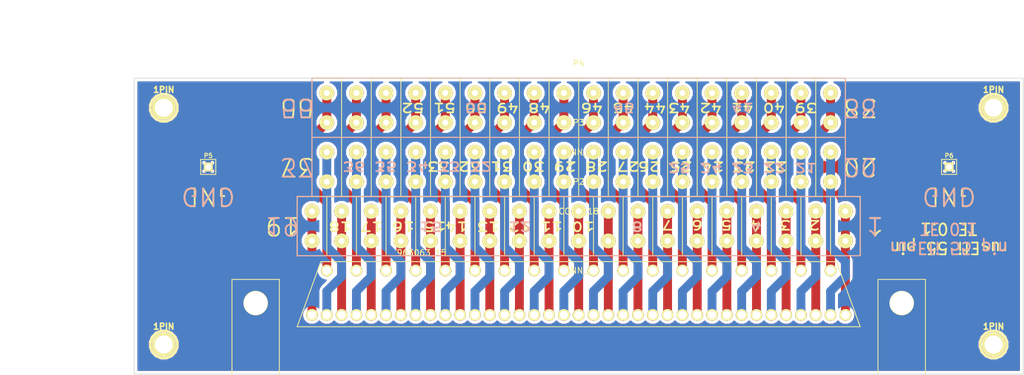
<source format=kicad_pcb>
(kicad_pcb (version 4) (host pcbnew 4.0.7)

  (general
    (links 111)
    (no_connects 2)
    (area 122.578573 107.300001 295.050001 197.375001)
    (thickness 1.6)
    (drawings 52)
    (tracks 239)
    (zones 0)
    (modules 10)
    (nets 57)
  )

  (page A3)
  (layers
    (0 F.Cu signal hide)
    (31 B.Cu signal hide)
    (32 B.Adhes user)
    (33 F.Adhes user)
    (34 B.Paste user)
    (35 F.Paste user)
    (36 B.SilkS user)
    (37 F.SilkS user)
    (38 B.Mask user)
    (39 F.Mask user)
    (40 Dwgs.User user)
    (41 Cmts.User user)
    (42 Eco1.User user)
    (43 Eco2.User user)
    (44 Edge.Cuts user)
  )

  (setup
    (last_trace_width 0.3)
    (user_trace_width 0.3)
    (user_trace_width 0.5)
    (user_trace_width 0.6)
    (user_trace_width 0.7)
    (user_trace_width 0.8)
    (user_trace_width 0.9)
    (user_trace_width 1)
    (user_trace_width 1.5)
    (user_trace_width 2)
    (trace_clearance 0.3)
    (zone_clearance 0.5)
    (zone_45_only no)
    (trace_min 0.254)
    (segment_width 0.2)
    (edge_width 0.1)
    (via_size 0.889)
    (via_drill 0.635)
    (via_min_size 0.889)
    (via_min_drill 0.508)
    (uvia_size 0.508)
    (uvia_drill 0.127)
    (uvias_allowed no)
    (uvia_min_size 0.508)
    (uvia_min_drill 0.127)
    (pcb_text_width 0.3)
    (pcb_text_size 1.5 1.5)
    (mod_edge_width 0.15)
    (mod_text_size 1 1)
    (mod_text_width 0.15)
    (pad_size 4 4)
    (pad_drill 4)
    (pad_to_mask_clearance 0)
    (aux_axis_origin 0 0)
    (visible_elements 7FFFFFFF)
    (pcbplotparams
      (layerselection 0x010fc_80000001)
      (usegerberextensions true)
      (excludeedgelayer true)
      (linewidth 0.150000)
      (plotframeref false)
      (viasonmask false)
      (mode 1)
      (useauxorigin false)
      (hpglpennumber 1)
      (hpglpenspeed 20)
      (hpglpendiameter 15)
      (hpglpenoverlay 2)
      (psnegative false)
      (psa4output false)
      (plotreference true)
      (plotvalue true)
      (plotinvisibletext false)
      (padsonsilk false)
      (subtractmaskfromsilk false)
      (outputformat 1)
      (mirror false)
      (drillshape 0)
      (scaleselection 1)
      (outputdirectory 963063-15_55_pin_connector_gerbers))
  )

  (net 0 "")
  (net 1 GND)
  (net 2 N-000001)
  (net 3 N-0000010)
  (net 4 N-0000011)
  (net 5 N-0000012)
  (net 6 N-0000013)
  (net 7 N-0000014)
  (net 8 N-0000015)
  (net 9 N-0000016)
  (net 10 N-0000017)
  (net 11 N-0000018)
  (net 12 N-0000019)
  (net 13 N-000002)
  (net 14 N-0000020)
  (net 15 N-0000021)
  (net 16 N-0000022)
  (net 17 N-0000023)
  (net 18 N-0000024)
  (net 19 N-0000025)
  (net 20 N-0000026)
  (net 21 N-0000027)
  (net 22 N-0000028)
  (net 23 N-0000029)
  (net 24 N-000003)
  (net 25 N-0000030)
  (net 26 N-0000031)
  (net 27 N-0000032)
  (net 28 N-0000033)
  (net 29 N-0000034)
  (net 30 N-0000035)
  (net 31 N-0000036)
  (net 32 N-0000037)
  (net 33 N-0000038)
  (net 34 N-0000039)
  (net 35 N-000004)
  (net 36 N-0000040)
  (net 37 N-0000041)
  (net 38 N-0000042)
  (net 39 N-0000043)
  (net 40 N-0000044)
  (net 41 N-0000046)
  (net 42 N-0000047)
  (net 43 N-0000048)
  (net 44 N-0000049)
  (net 45 N-000005)
  (net 46 N-0000050)
  (net 47 N-0000051)
  (net 48 N-0000052)
  (net 49 N-0000053)
  (net 50 N-0000054)
  (net 51 N-0000055)
  (net 52 N-0000056)
  (net 53 N-000006)
  (net 54 N-000007)
  (net 55 N-000008)
  (net 56 N-000009)

  (net_class Default "Это класс цепей по умолчанию."
    (clearance 0.3)
    (trace_width 0.3)
    (via_dia 0.889)
    (via_drill 0.635)
    (uvia_dia 0.508)
    (uvia_drill 0.127)
    (add_net GND)
    (add_net N-000001)
    (add_net N-0000010)
    (add_net N-0000011)
    (add_net N-0000012)
    (add_net N-0000013)
    (add_net N-0000014)
    (add_net N-0000015)
    (add_net N-0000016)
    (add_net N-0000017)
    (add_net N-0000018)
    (add_net N-0000019)
    (add_net N-000002)
    (add_net N-0000020)
    (add_net N-0000021)
    (add_net N-0000022)
    (add_net N-0000023)
    (add_net N-0000024)
    (add_net N-0000025)
    (add_net N-0000026)
    (add_net N-0000027)
    (add_net N-0000028)
    (add_net N-0000029)
    (add_net N-000003)
    (add_net N-0000030)
    (add_net N-0000031)
    (add_net N-0000032)
    (add_net N-0000033)
    (add_net N-0000034)
    (add_net N-0000035)
    (add_net N-0000036)
    (add_net N-0000037)
    (add_net N-0000038)
    (add_net N-0000039)
    (add_net N-000004)
    (add_net N-0000040)
    (add_net N-0000041)
    (add_net N-0000042)
    (add_net N-0000043)
    (add_net N-0000044)
    (add_net N-0000046)
    (add_net N-0000047)
    (add_net N-0000048)
    (add_net N-0000049)
    (add_net N-000005)
    (add_net N-0000050)
    (add_net N-0000051)
    (add_net N-0000052)
    (add_net N-0000053)
    (add_net N-0000054)
    (add_net N-0000055)
    (add_net N-0000056)
    (add_net N-000006)
    (add_net N-000007)
    (add_net N-000008)
    (add_net N-000009)
  )

  (module CON19X5 (layer F.Cu) (tedit 5421128E) (tstamp 54212E41)
    (at 220 145 180)
    (path /542111C2)
    (fp_text reference P2 (at 0 7.5 180) (layer F.SilkS)
      (effects (font (size 1 1) (thickness 0.15)))
    )
    (fp_text value CONN_19 (at 0 -7.5 180) (layer F.SilkS)
      (effects (font (size 1 1) (thickness 0.15)))
    )
    (fp_line (start -22.5 -5) (end -22.5 5) (layer F.SilkS) (width 0.15))
    (fp_line (start -22.5 5) (end -17.5 5) (layer F.SilkS) (width 0.15))
    (fp_line (start -17.5 5) (end -17.5 -5) (layer F.SilkS) (width 0.15))
    (fp_line (start -17.5 -5) (end -12.5 -5) (layer F.SilkS) (width 0.15))
    (fp_line (start -12.5 -5) (end -12.5 5) (layer F.SilkS) (width 0.15))
    (fp_line (start -12.5 5) (end -7.5 5) (layer F.SilkS) (width 0.15))
    (fp_line (start -7.5 5) (end -7.5 -5) (layer F.SilkS) (width 0.15))
    (fp_line (start -7.5 -5) (end -2.5 -5) (layer F.SilkS) (width 0.15))
    (fp_line (start -2.5 -5) (end -2.5 5) (layer F.SilkS) (width 0.15))
    (fp_line (start -2.5 5) (end 2.5 5) (layer F.SilkS) (width 0.15))
    (fp_line (start 2.5 5) (end 2.5 -5) (layer F.SilkS) (width 0.15))
    (fp_line (start 2.5 -5) (end 7.5 -5) (layer F.SilkS) (width 0.15))
    (fp_line (start 7.5 -5) (end 7.5 5) (layer F.SilkS) (width 0.15))
    (fp_line (start 7.5 5) (end 12.5 5) (layer F.SilkS) (width 0.15))
    (fp_line (start 12.5 5) (end 12.5 -5) (layer F.SilkS) (width 0.15))
    (fp_line (start 12.5 -5) (end 17.5 -5) (layer F.SilkS) (width 0.15))
    (fp_line (start 17.5 -5) (end 17.5 5) (layer F.SilkS) (width 0.15))
    (fp_line (start 17.5 5) (end 22.5 5) (layer F.SilkS) (width 0.15))
    (fp_line (start 22.5 5) (end 22.5 -5) (layer F.SilkS) (width 0.15))
    (fp_line (start 22.5 -5) (end 27.5 -5) (layer F.SilkS) (width 0.15))
    (fp_line (start 27.5 -5) (end 27.5 5) (layer F.SilkS) (width 0.15))
    (fp_line (start 27.5 5) (end 32.5 5) (layer F.SilkS) (width 0.15))
    (fp_line (start 32.5 5) (end 32.5 -5) (layer F.SilkS) (width 0.15))
    (fp_line (start 32.5 -5) (end 37.5 -5) (layer F.SilkS) (width 0.15))
    (fp_line (start 37.5 -5) (end 37.5 5) (layer F.SilkS) (width 0.15))
    (fp_line (start 37.5 5) (end 42.5 5) (layer F.SilkS) (width 0.15))
    (fp_line (start 42.5 5) (end 42.5 -5) (layer F.SilkS) (width 0.15))
    (fp_line (start -27.5 5) (end -27.5 -5) (layer F.SilkS) (width 0.15))
    (fp_line (start -32.5 -5) (end -32.5 5) (layer F.SilkS) (width 0.15))
    (fp_line (start -37.5 5) (end -37.5 -5) (layer F.SilkS) (width 0.15))
    (fp_line (start -42.5 -5) (end -42.5 5) (layer F.SilkS) (width 0.15))
    (fp_line (start -47.5 -5) (end -47.5 5) (layer F.SilkS) (width 0.15))
    (fp_line (start -47.5 5) (end 47.5 5) (layer F.SilkS) (width 0.15))
    (fp_line (start 47.5 5) (end 47.5 -5) (layer F.SilkS) (width 0.15))
    (fp_line (start 47.5 -5) (end -47.5 -5) (layer F.SilkS) (width 0.15))
    (pad 1 thru_hole circle (at -45 2.5 180) (size 2.5 2.5) (drill 1) (layers *.Cu *.Mask F.SilkS)
      (net 13 N-000002))
    (pad 2 thru_hole circle (at -40 2.5 180) (size 2.5 2.5) (drill 1) (layers *.Cu *.Mask F.SilkS)
      (net 24 N-000003))
    (pad 3 thru_hole circle (at -35 2.5 180) (size 2.5 2.5) (drill 1) (layers *.Cu *.Mask F.SilkS)
      (net 35 N-000004))
    (pad 4 thru_hole circle (at -30 2.5 180) (size 2.5 2.5) (drill 1) (layers *.Cu *.Mask F.SilkS)
      (net 45 N-000005))
    (pad 5 thru_hole circle (at -25 2.5 180) (size 2.5 2.5) (drill 1) (layers *.Cu *.Mask F.SilkS)
      (net 53 N-000006))
    (pad 6 thru_hole circle (at -20 2.5 180) (size 2.5 2.5) (drill 1) (layers *.Cu *.Mask F.SilkS)
      (net 54 N-000007))
    (pad 7 thru_hole circle (at -15 2.5 180) (size 2.5 2.5) (drill 1) (layers *.Cu *.Mask F.SilkS)
      (net 55 N-000008))
    (pad 8 thru_hole circle (at -10 2.5 180) (size 2.5 2.5) (drill 1) (layers *.Cu *.Mask F.SilkS)
      (net 56 N-000009))
    (pad 9 thru_hole circle (at -5 2.5 180) (size 2.5 2.5) (drill 1) (layers *.Cu *.Mask F.SilkS)
      (net 3 N-0000010))
    (pad 10 thru_hole circle (at 0 2.5 180) (size 2.5 2.5) (drill 1) (layers *.Cu *.Mask F.SilkS)
      (net 4 N-0000011))
    (pad 11 thru_hole circle (at 5 2.5 180) (size 2.5 2.5) (drill 1) (layers *.Cu *.Mask F.SilkS)
      (net 2 N-000001))
    (pad 12 thru_hole circle (at 10 2.5 180) (size 2.5 2.5) (drill 1) (layers *.Cu *.Mask F.SilkS)
      (net 6 N-0000013))
    (pad 13 thru_hole circle (at 15 2.5 180) (size 2.5 2.5) (drill 1) (layers *.Cu *.Mask F.SilkS)
      (net 7 N-0000014))
    (pad 14 thru_hole circle (at 20 2.5 180) (size 2.5 2.5) (drill 1) (layers *.Cu *.Mask F.SilkS)
      (net 8 N-0000015))
    (pad 15 thru_hole circle (at 25 2.5 180) (size 2.5 2.5) (drill 1) (layers *.Cu *.Mask F.SilkS)
      (net 9 N-0000016))
    (pad 16 thru_hole circle (at 30 2.5 180) (size 2.5 2.5) (drill 1) (layers *.Cu *.Mask F.SilkS)
      (net 10 N-0000017))
    (pad 17 thru_hole circle (at 35 2.5 180) (size 2.5 2.5) (drill 1) (layers *.Cu *.Mask F.SilkS)
      (net 11 N-0000018))
    (pad 18 thru_hole circle (at 40 2.5 180) (size 2.5 2.5) (drill 1) (layers *.Cu *.Mask F.SilkS)
      (net 12 N-0000019))
    (pad 19 thru_hole circle (at 45 2.5 180) (size 2.5 2.5) (drill 1) (layers *.Cu *.Mask F.SilkS)
      (net 14 N-0000020))
    (pad 1 thru_hole circle (at -45 -2.5 180) (size 2.5 2.5) (drill 1) (layers *.Cu *.Mask F.SilkS)
      (net 13 N-000002))
    (pad 2 thru_hole circle (at -40 -2.5 180) (size 2.5 2.5) (drill 1) (layers *.Cu *.Mask F.SilkS)
      (net 24 N-000003))
    (pad 3 thru_hole circle (at -35 -2.5 180) (size 2.5 2.5) (drill 1) (layers *.Cu *.Mask F.SilkS)
      (net 35 N-000004))
    (pad 4 thru_hole circle (at -30 -2.5 180) (size 2.5 2.5) (drill 1) (layers *.Cu *.Mask F.SilkS)
      (net 45 N-000005))
    (pad 5 thru_hole circle (at -25 -2.5 180) (size 2.5 2.5) (drill 1) (layers *.Cu *.Mask F.SilkS)
      (net 53 N-000006))
    (pad 6 thru_hole circle (at -20 -2.5 180) (size 2.5 2.5) (drill 1) (layers *.Cu *.Mask F.SilkS)
      (net 54 N-000007))
    (pad 7 thru_hole circle (at -15 -2.5 180) (size 2.5 2.5) (drill 1) (layers *.Cu *.Mask F.SilkS)
      (net 55 N-000008))
    (pad 8 thru_hole circle (at -10 -2.5 180) (size 2.5 2.5) (drill 1) (layers *.Cu *.Mask F.SilkS)
      (net 56 N-000009))
    (pad 9 thru_hole circle (at -5 -2.5 180) (size 2.5 2.5) (drill 1) (layers *.Cu *.Mask F.SilkS)
      (net 3 N-0000010))
    (pad 10 thru_hole circle (at 0 -2.5 180) (size 2.5 2.5) (drill 1) (layers *.Cu *.Mask F.SilkS)
      (net 4 N-0000011))
    (pad 11 thru_hole circle (at 5 -2.5 180) (size 2.5 2.5) (drill 1) (layers *.Cu *.Mask F.SilkS)
      (net 2 N-000001))
    (pad 12 thru_hole circle (at 10 -2.5 180) (size 2.5 2.5) (drill 1) (layers *.Cu *.Mask F.SilkS)
      (net 6 N-0000013))
    (pad 13 thru_hole circle (at 15 -2.5 180) (size 2.5 2.5) (drill 1) (layers *.Cu *.Mask F.SilkS)
      (net 7 N-0000014))
    (pad 14 thru_hole circle (at 20 -2.5 180) (size 2.5 2.5) (drill 1) (layers *.Cu *.Mask F.SilkS)
      (net 8 N-0000015))
    (pad 15 thru_hole circle (at 25 -2.5 180) (size 2.5 2.5) (drill 1) (layers *.Cu *.Mask F.SilkS)
      (net 9 N-0000016))
    (pad 16 thru_hole circle (at 30 -2.5 180) (size 2.5 2.5) (drill 1) (layers *.Cu *.Mask F.SilkS)
      (net 10 N-0000017))
    (pad 17 thru_hole circle (at 35 -2.5 180) (size 2.5 2.5) (drill 1) (layers *.Cu *.Mask F.SilkS)
      (net 11 N-0000018))
    (pad 18 thru_hole circle (at 40 -2.5 180) (size 2.5 2.5) (drill 1) (layers *.Cu *.Mask F.SilkS)
      (net 12 N-0000019))
    (pad 19 thru_hole circle (at 45 -2.5 180) (size 2.5 2.5) (drill 1) (layers *.Cu *.Mask F.SilkS)
      (net 14 N-0000020))
  )

  (module CON18X5 (layer F.Cu) (tedit 5421131E) (tstamp 54212E8B)
    (at 220 135 180)
    (path /54211270)
    (fp_text reference P3 (at 0 7.5 180) (layer F.SilkS)
      (effects (font (size 1 1) (thickness 0.15)))
    )
    (fp_text value CONN_18 (at 0 -7.5 180) (layer F.SilkS)
      (effects (font (size 1 1) (thickness 0.15)))
    )
    (fp_line (start -45 -5) (end 45 -5) (layer F.SilkS) (width 0.15))
    (fp_line (start -45 5) (end 45 5) (layer F.SilkS) (width 0.15))
    (fp_line (start -20 -5) (end -20 5) (layer F.SilkS) (width 0.15))
    (fp_line (start -20 5) (end -15 5) (layer F.SilkS) (width 0.15))
    (fp_line (start -15 5) (end -15 -5) (layer F.SilkS) (width 0.15))
    (fp_line (start -15 -5) (end -10 -5) (layer F.SilkS) (width 0.15))
    (fp_line (start -10 -5) (end -10 5) (layer F.SilkS) (width 0.15))
    (fp_line (start -10 5) (end -5 5) (layer F.SilkS) (width 0.15))
    (fp_line (start -5 5) (end -5 -5) (layer F.SilkS) (width 0.15))
    (fp_line (start -5 -5) (end 0 -5) (layer F.SilkS) (width 0.15))
    (fp_line (start 0 -5) (end 0 5) (layer F.SilkS) (width 0.15))
    (fp_line (start 0 5) (end 5 5) (layer F.SilkS) (width 0.15))
    (fp_line (start 5 5) (end 5 -5) (layer F.SilkS) (width 0.15))
    (fp_line (start 5 -5) (end 10 -5) (layer F.SilkS) (width 0.15))
    (fp_line (start 10 -5) (end 10 5) (layer F.SilkS) (width 0.15))
    (fp_line (start 10 5) (end 15 5) (layer F.SilkS) (width 0.15))
    (fp_line (start 15 5) (end 15 -5) (layer F.SilkS) (width 0.15))
    (fp_line (start 15 -5) (end 20 -5) (layer F.SilkS) (width 0.15))
    (fp_line (start 20 -5) (end 20 5) (layer F.SilkS) (width 0.15))
    (fp_line (start 20 5) (end 25 5) (layer F.SilkS) (width 0.15))
    (fp_line (start 25 5) (end 25 -5) (layer F.SilkS) (width 0.15))
    (fp_line (start 25 -5) (end 30 -5) (layer F.SilkS) (width 0.15))
    (fp_line (start 30 -5) (end 30 5) (layer F.SilkS) (width 0.15))
    (fp_line (start 30 5) (end 35 5) (layer F.SilkS) (width 0.15))
    (fp_line (start 35 5) (end 35 -5) (layer F.SilkS) (width 0.15))
    (fp_line (start 35 -5) (end 40 -5) (layer F.SilkS) (width 0.15))
    (fp_line (start 40 -5) (end 40 5) (layer F.SilkS) (width 0.15))
    (fp_line (start 40 5) (end 45 5) (layer F.SilkS) (width 0.15))
    (fp_line (start 45 5) (end 45 -5) (layer F.SilkS) (width 0.15))
    (fp_line (start -25 5) (end -25 -5) (layer F.SilkS) (width 0.15))
    (fp_line (start -30 -5) (end -30 5) (layer F.SilkS) (width 0.15))
    (fp_line (start -35 5) (end -35 -5) (layer F.SilkS) (width 0.15))
    (fp_line (start -40 -5) (end -40 5) (layer F.SilkS) (width 0.15))
    (fp_line (start -45 -5) (end -45 5) (layer F.SilkS) (width 0.15))
    (pad 1 thru_hole circle (at -42.5 2.5 180) (size 2.5 2.5) (drill 1) (layers *.Cu *.Mask F.SilkS)
      (net 15 N-0000021))
    (pad 2 thru_hole circle (at -37.5 2.5 180) (size 2.5 2.5) (drill 1) (layers *.Cu *.Mask F.SilkS)
      (net 16 N-0000022))
    (pad 3 thru_hole circle (at -32.5 2.5 180) (size 2.5 2.5) (drill 1) (layers *.Cu *.Mask F.SilkS)
      (net 29 N-0000034))
    (pad 4 thru_hole circle (at -27.5 2.5 180) (size 2.5 2.5) (drill 1) (layers *.Cu *.Mask F.SilkS)
      (net 42 N-0000047))
    (pad 5 thru_hole circle (at -22.5 2.5 180) (size 2.5 2.5) (drill 1) (layers *.Cu *.Mask F.SilkS)
      (net 43 N-0000048))
    (pad 6 thru_hole circle (at -17.5 2.5 180) (size 2.5 2.5) (drill 1) (layers *.Cu *.Mask F.SilkS)
      (net 44 N-0000049))
    (pad 7 thru_hole circle (at -12.5 2.5 180) (size 2.5 2.5) (drill 1) (layers *.Cu *.Mask F.SilkS)
      (net 46 N-0000050))
    (pad 8 thru_hole circle (at -7.5 2.5 180) (size 2.5 2.5) (drill 1) (layers *.Cu *.Mask F.SilkS)
      (net 47 N-0000051))
    (pad 9 thru_hole circle (at -2.5 2.5 180) (size 2.5 2.5) (drill 1) (layers *.Cu *.Mask F.SilkS)
      (net 48 N-0000052))
    (pad 10 thru_hole circle (at 2.5 2.5 180) (size 2.5 2.5) (drill 1) (layers *.Cu *.Mask F.SilkS)
      (net 49 N-0000053))
    (pad 11 thru_hole circle (at 7.5 2.5 180) (size 2.5 2.5) (drill 1) (layers *.Cu *.Mask F.SilkS)
      (net 50 N-0000054))
    (pad 12 thru_hole circle (at 12.5 2.5 180) (size 2.5 2.5) (drill 1) (layers *.Cu *.Mask F.SilkS)
      (net 51 N-0000055))
    (pad 13 thru_hole circle (at 17.5 2.5 180) (size 2.5 2.5) (drill 1) (layers *.Cu *.Mask F.SilkS)
      (net 52 N-0000056))
    (pad 14 thru_hole circle (at 22.5 2.5 180) (size 2.5 2.5) (drill 1) (layers *.Cu *.Mask F.SilkS)
      (net 41 N-0000046))
    (pad 15 thru_hole circle (at 27.5 2.5 180) (size 2.5 2.5) (drill 1) (layers *.Cu *.Mask F.SilkS)
      (net 18 N-0000024))
    (pad 16 thru_hole circle (at 32.5 2.5 180) (size 2.5 2.5) (drill 1) (layers *.Cu *.Mask F.SilkS)
      (net 19 N-0000025))
    (pad 17 thru_hole circle (at 37.5 2.5 180) (size 2.5 2.5) (drill 1) (layers *.Cu *.Mask F.SilkS)
      (net 20 N-0000026))
    (pad 18 thru_hole circle (at 42.5 2.5 180) (size 2.5 2.5) (drill 1) (layers *.Cu *.Mask F.SilkS)
      (net 21 N-0000027))
    (pad 1 thru_hole circle (at -42.5 -2.5 180) (size 2.5 2.5) (drill 1) (layers *.Cu *.Mask F.SilkS)
      (net 15 N-0000021))
    (pad 2 thru_hole circle (at -37.5 -2.5 180) (size 2.5 2.5) (drill 1) (layers *.Cu *.Mask F.SilkS)
      (net 16 N-0000022))
    (pad 3 thru_hole circle (at -32.5 -2.5 180) (size 2.5 2.5) (drill 1) (layers *.Cu *.Mask F.SilkS)
      (net 29 N-0000034))
    (pad 4 thru_hole circle (at -27.5 -2.5 180) (size 2.5 2.5) (drill 1) (layers *.Cu *.Mask F.SilkS)
      (net 42 N-0000047))
    (pad 5 thru_hole circle (at -22.5 -2.5 180) (size 2.5 2.5) (drill 1) (layers *.Cu *.Mask F.SilkS)
      (net 43 N-0000048))
    (pad 6 thru_hole circle (at -17.5 -2.5 180) (size 2.5 2.5) (drill 1) (layers *.Cu *.Mask F.SilkS)
      (net 44 N-0000049))
    (pad 7 thru_hole circle (at -12.5 -2.5 180) (size 2.5 2.5) (drill 1) (layers *.Cu *.Mask F.SilkS)
      (net 46 N-0000050))
    (pad 8 thru_hole circle (at -7.5 -2.5 180) (size 2.5 2.5) (drill 1) (layers *.Cu *.Mask F.SilkS)
      (net 47 N-0000051))
    (pad 9 thru_hole circle (at -2.5 -2.5 180) (size 2.5 2.5) (drill 1) (layers *.Cu *.Mask F.SilkS)
      (net 48 N-0000052))
    (pad 10 thru_hole circle (at 2.5 -2.5 180) (size 2.5 2.5) (drill 1) (layers *.Cu *.Mask F.SilkS)
      (net 49 N-0000053))
    (pad 11 thru_hole circle (at 7.5 -2.5 180) (size 2.5 2.5) (drill 1) (layers *.Cu *.Mask F.SilkS)
      (net 50 N-0000054))
    (pad 12 thru_hole circle (at 12.5 -2.5 180) (size 2.5 2.5) (drill 1) (layers *.Cu *.Mask F.SilkS)
      (net 51 N-0000055))
    (pad 13 thru_hole circle (at 17.5 -2.5 180) (size 2.5 2.5) (drill 1) (layers *.Cu *.Mask F.SilkS)
      (net 52 N-0000056))
    (pad 14 thru_hole circle (at 22.5 -2.5 180) (size 2.5 2.5) (drill 1) (layers *.Cu *.Mask F.SilkS)
      (net 41 N-0000046))
    (pad 15 thru_hole circle (at 27.5 -2.5 180) (size 2.5 2.5) (drill 1) (layers *.Cu *.Mask F.SilkS)
      (net 18 N-0000024))
    (pad 16 thru_hole circle (at 32.5 -2.5 180) (size 2.5 2.5) (drill 1) (layers *.Cu *.Mask F.SilkS)
      (net 19 N-0000025))
    (pad 17 thru_hole circle (at 37.5 -2.5 180) (size 2.5 2.5) (drill 1) (layers *.Cu *.Mask F.SilkS)
      (net 20 N-0000026))
    (pad 18 thru_hole circle (at 42.5 -2.5 180) (size 2.5 2.5) (drill 1) (layers *.Cu *.Mask F.SilkS)
      (net 21 N-0000027))
  )

  (module CON18X5 (layer F.Cu) (tedit 5421131E) (tstamp 54212ED5)
    (at 220 125 180)
    (path /5421127F)
    (fp_text reference P4 (at 0 7.5 180) (layer F.SilkS)
      (effects (font (size 1 1) (thickness 0.15)))
    )
    (fp_text value CONN_18 (at 0 -7.5 180) (layer F.SilkS)
      (effects (font (size 1 1) (thickness 0.15)))
    )
    (fp_line (start -45 -5) (end 45 -5) (layer F.SilkS) (width 0.15))
    (fp_line (start -45 5) (end 45 5) (layer F.SilkS) (width 0.15))
    (fp_line (start -20 -5) (end -20 5) (layer F.SilkS) (width 0.15))
    (fp_line (start -20 5) (end -15 5) (layer F.SilkS) (width 0.15))
    (fp_line (start -15 5) (end -15 -5) (layer F.SilkS) (width 0.15))
    (fp_line (start -15 -5) (end -10 -5) (layer F.SilkS) (width 0.15))
    (fp_line (start -10 -5) (end -10 5) (layer F.SilkS) (width 0.15))
    (fp_line (start -10 5) (end -5 5) (layer F.SilkS) (width 0.15))
    (fp_line (start -5 5) (end -5 -5) (layer F.SilkS) (width 0.15))
    (fp_line (start -5 -5) (end 0 -5) (layer F.SilkS) (width 0.15))
    (fp_line (start 0 -5) (end 0 5) (layer F.SilkS) (width 0.15))
    (fp_line (start 0 5) (end 5 5) (layer F.SilkS) (width 0.15))
    (fp_line (start 5 5) (end 5 -5) (layer F.SilkS) (width 0.15))
    (fp_line (start 5 -5) (end 10 -5) (layer F.SilkS) (width 0.15))
    (fp_line (start 10 -5) (end 10 5) (layer F.SilkS) (width 0.15))
    (fp_line (start 10 5) (end 15 5) (layer F.SilkS) (width 0.15))
    (fp_line (start 15 5) (end 15 -5) (layer F.SilkS) (width 0.15))
    (fp_line (start 15 -5) (end 20 -5) (layer F.SilkS) (width 0.15))
    (fp_line (start 20 -5) (end 20 5) (layer F.SilkS) (width 0.15))
    (fp_line (start 20 5) (end 25 5) (layer F.SilkS) (width 0.15))
    (fp_line (start 25 5) (end 25 -5) (layer F.SilkS) (width 0.15))
    (fp_line (start 25 -5) (end 30 -5) (layer F.SilkS) (width 0.15))
    (fp_line (start 30 -5) (end 30 5) (layer F.SilkS) (width 0.15))
    (fp_line (start 30 5) (end 35 5) (layer F.SilkS) (width 0.15))
    (fp_line (start 35 5) (end 35 -5) (layer F.SilkS) (width 0.15))
    (fp_line (start 35 -5) (end 40 -5) (layer F.SilkS) (width 0.15))
    (fp_line (start 40 -5) (end 40 5) (layer F.SilkS) (width 0.15))
    (fp_line (start 40 5) (end 45 5) (layer F.SilkS) (width 0.15))
    (fp_line (start 45 5) (end 45 -5) (layer F.SilkS) (width 0.15))
    (fp_line (start -25 5) (end -25 -5) (layer F.SilkS) (width 0.15))
    (fp_line (start -30 -5) (end -30 5) (layer F.SilkS) (width 0.15))
    (fp_line (start -35 5) (end -35 -5) (layer F.SilkS) (width 0.15))
    (fp_line (start -40 -5) (end -40 5) (layer F.SilkS) (width 0.15))
    (fp_line (start -45 -5) (end -45 5) (layer F.SilkS) (width 0.15))
    (pad 1 thru_hole circle (at -42.5 2.5 180) (size 2.5 2.5) (drill 1) (layers *.Cu *.Mask F.SilkS)
      (net 22 N-0000028))
    (pad 2 thru_hole circle (at -37.5 2.5 180) (size 2.5 2.5) (drill 1) (layers *.Cu *.Mask F.SilkS)
      (net 23 N-0000029))
    (pad 3 thru_hole circle (at -32.5 2.5 180) (size 2.5 2.5) (drill 1) (layers *.Cu *.Mask F.SilkS)
      (net 25 N-0000030))
    (pad 4 thru_hole circle (at -27.5 2.5 180) (size 2.5 2.5) (drill 1) (layers *.Cu *.Mask F.SilkS)
      (net 26 N-0000031))
    (pad 5 thru_hole circle (at -22.5 2.5 180) (size 2.5 2.5) (drill 1) (layers *.Cu *.Mask F.SilkS)
      (net 27 N-0000032))
    (pad 6 thru_hole circle (at -17.5 2.5 180) (size 2.5 2.5) (drill 1) (layers *.Cu *.Mask F.SilkS)
      (net 28 N-0000033))
    (pad 7 thru_hole circle (at -12.5 2.5 180) (size 2.5 2.5) (drill 1) (layers *.Cu *.Mask F.SilkS)
      (net 17 N-0000023))
    (pad 8 thru_hole circle (at -7.5 2.5 180) (size 2.5 2.5) (drill 1) (layers *.Cu *.Mask F.SilkS)
      (net 30 N-0000035))
    (pad 9 thru_hole circle (at -2.5 2.5 180) (size 2.5 2.5) (drill 1) (layers *.Cu *.Mask F.SilkS)
      (net 31 N-0000036))
    (pad 10 thru_hole circle (at 2.5 2.5 180) (size 2.5 2.5) (drill 1) (layers *.Cu *.Mask F.SilkS)
      (net 32 N-0000037))
    (pad 11 thru_hole circle (at 7.5 2.5 180) (size 2.5 2.5) (drill 1) (layers *.Cu *.Mask F.SilkS)
      (net 33 N-0000038))
    (pad 12 thru_hole circle (at 12.5 2.5 180) (size 2.5 2.5) (drill 1) (layers *.Cu *.Mask F.SilkS)
      (net 34 N-0000039))
    (pad 13 thru_hole circle (at 17.5 2.5 180) (size 2.5 2.5) (drill 1) (layers *.Cu *.Mask F.SilkS)
      (net 36 N-0000040))
    (pad 14 thru_hole circle (at 22.5 2.5 180) (size 2.5 2.5) (drill 1) (layers *.Cu *.Mask F.SilkS)
      (net 37 N-0000041))
    (pad 15 thru_hole circle (at 27.5 2.5 180) (size 2.5 2.5) (drill 1) (layers *.Cu *.Mask F.SilkS)
      (net 38 N-0000042))
    (pad 16 thru_hole circle (at 32.5 2.5 180) (size 2.5 2.5) (drill 1) (layers *.Cu *.Mask F.SilkS)
      (net 39 N-0000043))
    (pad 17 thru_hole circle (at 37.5 2.5 180) (size 2.5 2.5) (drill 1) (layers *.Cu *.Mask F.SilkS)
      (net 40 N-0000044))
    (pad 18 thru_hole circle (at 42.5 2.5 180) (size 2.5 2.5) (drill 1) (layers *.Cu *.Mask F.SilkS)
      (net 5 N-0000012))
    (pad 1 thru_hole circle (at -42.5 -2.5 180) (size 2.5 2.5) (drill 1) (layers *.Cu *.Mask F.SilkS)
      (net 22 N-0000028))
    (pad 2 thru_hole circle (at -37.5 -2.5 180) (size 2.5 2.5) (drill 1) (layers *.Cu *.Mask F.SilkS)
      (net 23 N-0000029))
    (pad 3 thru_hole circle (at -32.5 -2.5 180) (size 2.5 2.5) (drill 1) (layers *.Cu *.Mask F.SilkS)
      (net 25 N-0000030))
    (pad 4 thru_hole circle (at -27.5 -2.5 180) (size 2.5 2.5) (drill 1) (layers *.Cu *.Mask F.SilkS)
      (net 26 N-0000031))
    (pad 5 thru_hole circle (at -22.5 -2.5 180) (size 2.5 2.5) (drill 1) (layers *.Cu *.Mask F.SilkS)
      (net 27 N-0000032))
    (pad 6 thru_hole circle (at -17.5 -2.5 180) (size 2.5 2.5) (drill 1) (layers *.Cu *.Mask F.SilkS)
      (net 28 N-0000033))
    (pad 7 thru_hole circle (at -12.5 -2.5 180) (size 2.5 2.5) (drill 1) (layers *.Cu *.Mask F.SilkS)
      (net 17 N-0000023))
    (pad 8 thru_hole circle (at -7.5 -2.5 180) (size 2.5 2.5) (drill 1) (layers *.Cu *.Mask F.SilkS)
      (net 30 N-0000035))
    (pad 9 thru_hole circle (at -2.5 -2.5 180) (size 2.5 2.5) (drill 1) (layers *.Cu *.Mask F.SilkS)
      (net 31 N-0000036))
    (pad 10 thru_hole circle (at 2.5 -2.5 180) (size 2.5 2.5) (drill 1) (layers *.Cu *.Mask F.SilkS)
      (net 32 N-0000037))
    (pad 11 thru_hole circle (at 7.5 -2.5 180) (size 2.5 2.5) (drill 1) (layers *.Cu *.Mask F.SilkS)
      (net 33 N-0000038))
    (pad 12 thru_hole circle (at 12.5 -2.5 180) (size 2.5 2.5) (drill 1) (layers *.Cu *.Mask F.SilkS)
      (net 34 N-0000039))
    (pad 13 thru_hole circle (at 17.5 -2.5 180) (size 2.5 2.5) (drill 1) (layers *.Cu *.Mask F.SilkS)
      (net 36 N-0000040))
    (pad 14 thru_hole circle (at 22.5 -2.5 180) (size 2.5 2.5) (drill 1) (layers *.Cu *.Mask F.SilkS)
      (net 37 N-0000041))
    (pad 15 thru_hole circle (at 27.5 -2.5 180) (size 2.5 2.5) (drill 1) (layers *.Cu *.Mask F.SilkS)
      (net 38 N-0000042))
    (pad 16 thru_hole circle (at 32.5 -2.5 180) (size 2.5 2.5) (drill 1) (layers *.Cu *.Mask F.SilkS)
      (net 39 N-0000043))
    (pad 17 thru_hole circle (at 37.5 -2.5 180) (size 2.5 2.5) (drill 1) (layers *.Cu *.Mask F.SilkS)
      (net 40 N-0000044))
    (pad 18 thru_hole circle (at 42.5 -2.5 180) (size 2.5 2.5) (drill 1) (layers *.Cu *.Mask F.SilkS)
      (net 5 N-0000012))
  )

  (module 1pin (layer F.Cu) (tedit 200000) (tstamp 5421474E)
    (at 290 125)
    (descr "module 1 pin (ou trou mecanique de percage)")
    (tags DEV)
    (path 1pin)
    (fp_text reference 1PIN (at 0 -3.048) (layer F.SilkS)
      (effects (font (size 1.016 1.016) (thickness 0.254)))
    )
    (fp_text value P*** (at 0 2.794) (layer F.SilkS) hide
      (effects (font (size 1.016 1.016) (thickness 0.254)))
    )
    (fp_circle (center 0 0) (end 0 -2.286) (layer F.SilkS) (width 0.381))
    (pad 1 thru_hole circle (at 0 0) (size 4.064 4.064) (drill 3.048) (layers *.Cu *.Mask F.SilkS))
  )

  (module 1pin (layer F.Cu) (tedit 200000) (tstamp 54214759)
    (at 290 165)
    (descr "module 1 pin (ou trou mecanique de percage)")
    (tags DEV)
    (path 1pin)
    (fp_text reference 1PIN (at 0 -3.048) (layer F.SilkS)
      (effects (font (size 1.016 1.016) (thickness 0.254)))
    )
    (fp_text value P*** (at 0 2.794) (layer F.SilkS) hide
      (effects (font (size 1.016 1.016) (thickness 0.254)))
    )
    (fp_circle (center 0 0) (end 0 -2.286) (layer F.SilkS) (width 0.381))
    (pad 1 thru_hole circle (at 0 0) (size 4.064 4.064) (drill 3.048) (layers *.Cu *.Mask F.SilkS))
  )

  (module 1pin (layer F.Cu) (tedit 200000) (tstamp 54214764)
    (at 150 165)
    (descr "module 1 pin (ou trou mecanique de percage)")
    (tags DEV)
    (path 1pin)
    (fp_text reference 1PIN (at 0 -3.048) (layer F.SilkS)
      (effects (font (size 1.016 1.016) (thickness 0.254)))
    )
    (fp_text value P*** (at 0 2.794) (layer F.SilkS) hide
      (effects (font (size 1.016 1.016) (thickness 0.254)))
    )
    (fp_circle (center 0 0) (end 0 -2.286) (layer F.SilkS) (width 0.381))
    (pad 1 thru_hole circle (at 0 0) (size 4.064 4.064) (drill 3.048) (layers *.Cu *.Mask F.SilkS))
  )

  (module 1pin (layer F.Cu) (tedit 200000) (tstamp 5421476F)
    (at 150 125)
    (descr "module 1 pin (ou trou mecanique de percage)")
    (tags DEV)
    (path 1pin)
    (fp_text reference 1PIN (at 0 -3.048) (layer F.SilkS)
      (effects (font (size 1.016 1.016) (thickness 0.254)))
    )
    (fp_text value P*** (at 0 2.794) (layer F.SilkS) hide
      (effects (font (size 1.016 1.016) (thickness 0.254)))
    )
    (fp_circle (center 0 0) (end 0 -2.286) (layer F.SilkS) (width 0.381))
    (pad 1 thru_hole circle (at 0 0) (size 4.064 4.064) (drill 3.048) (layers *.Cu *.Mask F.SilkS))
  )

  (module PIN_ARRAY_1 (layer F.Cu) (tedit 542125D8) (tstamp 5421477F)
    (at 157.5 135)
    (descr "1 pin")
    (tags "CONN DEV")
    (path /5421258F)
    (fp_text reference P5 (at 0 -1.905) (layer F.SilkS)
      (effects (font (size 0.762 0.762) (thickness 0.1524)))
    )
    (fp_text value CONN_1 (at 0 -1.905) (layer F.SilkS) hide
      (effects (font (size 0.762 0.762) (thickness 0.1524)))
    )
    (fp_line (start 1.27 1.27) (end -1.27 1.27) (layer F.SilkS) (width 0.1524))
    (fp_line (start -1.27 -1.27) (end 1.27 -1.27) (layer F.SilkS) (width 0.1524))
    (fp_line (start -1.27 1.27) (end -1.27 -1.27) (layer F.SilkS) (width 0.1524))
    (fp_line (start 1.27 -1.27) (end 1.27 1.27) (layer F.SilkS) (width 0.1524))
    (pad 1 thru_hole rect (at 0 0) (size 1.524 1.524) (drill 1.016) (layers *.Cu *.Mask F.SilkS)
      (net 1 GND))
    (model pin_array\pin_1.wrl
      (at (xyz 0 0 0))
      (scale (xyz 1 1 1))
      (rotate (xyz 0 0 0))
    )
  )

  (module PIN_ARRAY_1 (layer F.Cu) (tedit 4E4E744E) (tstamp 542147A0)
    (at 282.5 135)
    (descr "1 pin")
    (tags "CONN DEV")
    (path /54212643)
    (fp_text reference P6 (at 0 -1.905) (layer F.SilkS)
      (effects (font (size 0.762 0.762) (thickness 0.1524)))
    )
    (fp_text value CONN_1 (at 0 -1.905) (layer F.SilkS) hide
      (effects (font (size 0.762 0.762) (thickness 0.1524)))
    )
    (fp_line (start 1.27 1.27) (end -1.27 1.27) (layer F.SilkS) (width 0.1524))
    (fp_line (start -1.27 -1.27) (end 1.27 -1.27) (layer F.SilkS) (width 0.1524))
    (fp_line (start -1.27 1.27) (end -1.27 -1.27) (layer F.SilkS) (width 0.1524))
    (fp_line (start 1.27 -1.27) (end 1.27 1.27) (layer F.SilkS) (width 0.1524))
    (pad 1 thru_hole rect (at 0 0) (size 1.524 1.524) (drill 1.016) (layers *.Cu *.Mask F.SilkS)
      (net 1 GND))
    (model pin_array\pin_1.wrl
      (at (xyz 0 0 0))
      (scale (xyz 1 1 1))
      (rotate (xyz 0 0 0))
    )
  )

  (module 963063-15 (layer F.Cu) (tedit 542127FE) (tstamp 54212F31)
    (at 220 160)
    (path /542111B3)
    (fp_text reference P1 (at 0 27.5) (layer F.SilkS)
      (effects (font (size 1 1) (thickness 0.15)))
    )
    (fp_text value 963063_15 (at -26.5 -10.5) (layer F.SilkS)
      (effects (font (size 1 1) (thickness 0.15)))
    )
    (fp_line (start -56.5 16.5) (end -68.5 16.5) (layer F.SilkS) (width 0.15))
    (fp_line (start -68.5 16.5) (end -68.5 37) (layer F.SilkS) (width 0.15))
    (fp_line (start -68.5 37) (end 68.5 37) (layer F.SilkS) (width 0.15))
    (fp_line (start 68.5 37) (end 68.5 16.5) (layer F.SilkS) (width 0.15))
    (fp_line (start 68.5 16.5) (end 56.5 16.5) (layer F.SilkS) (width 0.15))
    (fp_line (start 56.5 14) (end 56.5 16.5) (layer F.SilkS) (width 0.15))
    (fp_line (start 56.5 16.5) (end -56.5 16.5) (layer F.SilkS) (width 0.15))
    (fp_line (start -56.5 16.5) (end -56.5 14) (layer F.SilkS) (width 0.15))
    (fp_line (start 50.5 0) (end 50.5 11.5) (layer F.SilkS) (width 0.15))
    (fp_line (start -50.5 0) (end -50.5 11.5) (layer F.SilkS) (width 0.15))
    (fp_line (start 58.5 11.5) (end -58.5 11.5) (layer F.SilkS) (width 0.15))
    (fp_line (start -58.5 0) (end -58.5 11.5) (layer F.SilkS) (width 0.15))
    (fp_line (start -58.5 11.5) (end -61 11.5) (layer F.SilkS) (width 0.15))
    (fp_line (start -61 11.5) (end -61 14) (layer F.SilkS) (width 0.15))
    (fp_line (start -61 14) (end 58.5 14) (layer F.SilkS) (width 0.15))
    (fp_line (start 58.5 14) (end 61 14) (layer F.SilkS) (width 0.15))
    (fp_line (start 61 14) (end 61 11.5) (layer F.SilkS) (width 0.15))
    (fp_line (start 61 11.5) (end 58.5 11.5) (layer F.SilkS) (width 0.15))
    (fp_line (start 58.5 11.5) (end 58.5 9.5) (layer F.SilkS) (width 0.15))
    (fp_line (start 58.5 9.5) (end 58.5 4) (layer F.SilkS) (width 0.15))
    (fp_line (start 58.5 4) (end 58.5 0) (layer F.SilkS) (width 0.15))
    (fp_line (start -50.5 0) (end -50.5 -6) (layer F.SilkS) (width 0.15))
    (fp_line (start -50.5 -6) (end -58.5 -6) (layer F.SilkS) (width 0.15))
    (fp_line (start -58.5 -6) (end -58.5 0) (layer F.SilkS) (width 0.15))
    (fp_line (start 50.5 0) (end 50.5 -6) (layer F.SilkS) (width 0.15))
    (fp_line (start 50.5 -6) (end 58.5 -6) (layer F.SilkS) (width 0.15))
    (fp_line (start 58.5 -6) (end 58.5 0) (layer F.SilkS) (width 0.15))
    (fp_circle (center -54.5 -2) (end -54.5 0) (layer F.SilkS) (width 0.15))
    (fp_circle (center 54.5 -2) (end 54.5 0) (layer F.SilkS) (width 0.15))
    (fp_line (start 43.5 -9) (end 47.5 2) (layer F.SilkS) (width 0.15))
    (fp_line (start 47.5 2) (end -47.5 2) (layer F.SilkS) (width 0.15))
    (fp_line (start -47.5 2) (end -43.5 -9) (layer F.SilkS) (width 0.15))
    (fp_line (start -43.5 -9) (end 43.5 -9) (layer F.SilkS) (width 0.15))
    (pad 1 thru_hole circle (at 45 0) (size 2 2) (drill 1.4) (layers *.Cu *.Mask F.SilkS)
      (net 13 N-000002))
    (pad 2 thru_hole circle (at 40 0) (size 2 2) (drill 1.4) (layers *.Cu *.Mask F.SilkS)
      (net 24 N-000003))
    (pad 3 thru_hole circle (at 35 0) (size 2 2) (drill 1.4) (layers *.Cu *.Mask F.SilkS)
      (net 35 N-000004))
    (pad 4 thru_hole circle (at 30 0) (size 2 2) (drill 1.4) (layers *.Cu *.Mask F.SilkS)
      (net 45 N-000005))
    (pad 5 thru_hole circle (at 25 0) (size 2 2) (drill 1.4) (layers *.Cu *.Mask F.SilkS)
      (net 53 N-000006))
    (pad 6 thru_hole circle (at 20 0) (size 2 2) (drill 1.4) (layers *.Cu *.Mask F.SilkS)
      (net 54 N-000007))
    (pad 7 thru_hole circle (at 15 0) (size 2 2) (drill 1.4) (layers *.Cu *.Mask F.SilkS)
      (net 55 N-000008))
    (pad 8 thru_hole circle (at 10 0) (size 2 2) (drill 1.4) (layers *.Cu *.Mask F.SilkS)
      (net 56 N-000009))
    (pad 9 thru_hole circle (at 5 0) (size 2 2) (drill 1.4) (layers *.Cu *.Mask F.SilkS)
      (net 3 N-0000010))
    (pad 10 thru_hole circle (at 0 0) (size 2 2) (drill 1.4) (layers *.Cu *.Mask F.SilkS)
      (net 4 N-0000011))
    (pad 11 thru_hole circle (at -5 0) (size 2 2) (drill 1.4) (layers *.Cu *.Mask F.SilkS)
      (net 2 N-000001))
    (pad 12 thru_hole circle (at -10 0) (size 2 2) (drill 1.4) (layers *.Cu *.Mask F.SilkS)
      (net 6 N-0000013))
    (pad 13 thru_hole circle (at -15 0) (size 2 2) (drill 1.4) (layers *.Cu *.Mask F.SilkS)
      (net 7 N-0000014))
    (pad 14 thru_hole circle (at -20 0) (size 2 2) (drill 1.4) (layers *.Cu *.Mask F.SilkS)
      (net 8 N-0000015))
    (pad 15 thru_hole circle (at -25 0) (size 2 2) (drill 1.4) (layers *.Cu *.Mask F.SilkS)
      (net 9 N-0000016))
    (pad 16 thru_hole circle (at -30 0) (size 2 2) (drill 1.4) (layers *.Cu *.Mask F.SilkS)
      (net 10 N-0000017))
    (pad 17 thru_hole circle (at -35 0) (size 2 2) (drill 1.4) (layers *.Cu *.Mask F.SilkS)
      (net 11 N-0000018))
    (pad 18 thru_hole circle (at -40 0) (size 2 2) (drill 1.4) (layers *.Cu *.Mask F.SilkS)
      (net 12 N-0000019))
    (pad 19 thru_hole circle (at -45 0) (size 2 2) (drill 1.4) (layers *.Cu *.Mask F.SilkS)
      (net 14 N-0000020))
    (pad 20 thru_hole circle (at 42.5 0) (size 2 2) (drill 1.4) (layers *.Cu *.Mask F.SilkS)
      (net 15 N-0000021))
    (pad 21 thru_hole circle (at 37.5 0) (size 2 2) (drill 1.4) (layers *.Cu *.Mask F.SilkS)
      (net 16 N-0000022))
    (pad 22 thru_hole circle (at 32.5 0) (size 2 2) (drill 1.4) (layers *.Cu *.Mask F.SilkS)
      (net 29 N-0000034))
    (pad 23 thru_hole circle (at 27.5 0) (size 2 2) (drill 1.4) (layers *.Cu *.Mask F.SilkS)
      (net 42 N-0000047))
    (pad 24 thru_hole circle (at 22.5 0) (size 2 2) (drill 1.4) (layers *.Cu *.Mask F.SilkS)
      (net 43 N-0000048))
    (pad 25 thru_hole circle (at 17.5 0) (size 2 2) (drill 1.4) (layers *.Cu *.Mask F.SilkS)
      (net 44 N-0000049))
    (pad 26 thru_hole circle (at 12.5 0) (size 2 2) (drill 1.4) (layers *.Cu *.Mask F.SilkS)
      (net 46 N-0000050))
    (pad 27 thru_hole circle (at 7.5 0) (size 2 2) (drill 1.4) (layers *.Cu *.Mask F.SilkS)
      (net 47 N-0000051))
    (pad 28 thru_hole circle (at 2.5 0) (size 2 2) (drill 1.4) (layers *.Cu *.Mask F.SilkS)
      (net 48 N-0000052))
    (pad 29 thru_hole circle (at -2.5 0) (size 2 2) (drill 1.4) (layers *.Cu *.Mask F.SilkS)
      (net 49 N-0000053))
    (pad 30 thru_hole circle (at -7.5 0) (size 2 2) (drill 1.4) (layers *.Cu *.Mask F.SilkS)
      (net 50 N-0000054))
    (pad 31 thru_hole circle (at -12.5 0) (size 2 2) (drill 1.4) (layers *.Cu *.Mask F.SilkS)
      (net 51 N-0000055))
    (pad 32 thru_hole circle (at -17.5 0) (size 2 2) (drill 1.4) (layers *.Cu *.Mask F.SilkS)
      (net 52 N-0000056))
    (pad 33 thru_hole circle (at -22.5 0) (size 2 2) (drill 1.4) (layers *.Cu *.Mask F.SilkS)
      (net 41 N-0000046))
    (pad 34 thru_hole circle (at -27.5 0) (size 2 2) (drill 1.4) (layers *.Cu *.Mask F.SilkS)
      (net 18 N-0000024))
    (pad 35 thru_hole circle (at -32.5 0) (size 2 2) (drill 1.4) (layers *.Cu *.Mask F.SilkS)
      (net 19 N-0000025))
    (pad 36 thru_hole circle (at -37.5 0) (size 2 2) (drill 1.4) (layers *.Cu *.Mask F.SilkS)
      (net 20 N-0000026))
    (pad 37 thru_hole circle (at -42.5 0) (size 2 2) (drill 1.4) (layers *.Cu *.Mask F.SilkS)
      (net 21 N-0000027))
    (pad 38 thru_hole circle (at 42.5 -7.5) (size 2 2) (drill 1.4) (layers *.Cu *.Mask F.SilkS)
      (net 22 N-0000028))
    (pad 39 thru_hole circle (at 37.5 -7.5) (size 2 2) (drill 1.4) (layers *.Cu *.Mask F.SilkS)
      (net 23 N-0000029))
    (pad 40 thru_hole circle (at 32.5 -7.5) (size 2 2) (drill 1.4) (layers *.Cu *.Mask F.SilkS)
      (net 25 N-0000030))
    (pad 41 thru_hole circle (at 27.5 -7.5) (size 2 2) (drill 1.4) (layers *.Cu *.Mask F.SilkS)
      (net 26 N-0000031))
    (pad 42 thru_hole circle (at 22.5 -7.5) (size 2 2) (drill 1.4) (layers *.Cu *.Mask F.SilkS)
      (net 27 N-0000032))
    (pad 43 thru_hole circle (at 17.5 -7.5) (size 2 2) (drill 1.4) (layers *.Cu *.Mask F.SilkS)
      (net 28 N-0000033))
    (pad 44 thru_hole circle (at 12.5 -7.5) (size 2 2) (drill 1.4) (layers *.Cu *.Mask F.SilkS)
      (net 17 N-0000023))
    (pad 45 thru_hole circle (at 7.5 -7.5) (size 2 2) (drill 1.4) (layers *.Cu *.Mask F.SilkS)
      (net 30 N-0000035))
    (pad 46 thru_hole circle (at 2.5 -7.5) (size 2 2) (drill 1.4) (layers *.Cu *.Mask F.SilkS)
      (net 31 N-0000036))
    (pad 47 thru_hole circle (at -2.5 -7.5) (size 2 2) (drill 1.4) (layers *.Cu *.Mask F.SilkS)
      (net 32 N-0000037))
    (pad 48 thru_hole circle (at -7.5 -7.5) (size 2 2) (drill 1.4) (layers *.Cu *.Mask F.SilkS)
      (net 33 N-0000038))
    (pad 49 thru_hole circle (at -12.5 -7.5) (size 2 2) (drill 1.4) (layers *.Cu *.Mask F.SilkS)
      (net 34 N-0000039))
    (pad 50 thru_hole circle (at -17.5 -7.5) (size 2 2) (drill 1.4) (layers *.Cu *.Mask F.SilkS)
      (net 36 N-0000040))
    (pad 51 thru_hole circle (at -22.5 -7.5) (size 2 2) (drill 1.4) (layers *.Cu *.Mask F.SilkS)
      (net 37 N-0000041))
    (pad 52 thru_hole circle (at -27.5 -7.5) (size 2 2) (drill 1.4) (layers *.Cu *.Mask F.SilkS)
      (net 38 N-0000042))
    (pad 53 thru_hole circle (at -32.5 -7.5) (size 2 2) (drill 1.4) (layers *.Cu *.Mask F.SilkS)
      (net 39 N-0000043))
    (pad 54 thru_hole circle (at -37.5 -7.5) (size 2 2) (drill 1.4) (layers *.Cu *.Mask F.SilkS)
      (net 40 N-0000044))
    (pad 55 thru_hole circle (at -42.5 -7.5) (size 2 2) (drill 1.4) (layers *.Cu *.Mask F.SilkS)
      (net 5 N-0000012))
    (pad ~ thru_hole circle (at -54.5 -2) (size 4 4) (drill 4) (layers *.Cu *.Mask F.SilkS))
    (pad ~ thru_hole circle (at 54.5 -2) (size 4 4) (drill 4) (layers *.Cu *.Mask F.SilkS))
  )

  (gr_text "44 45 46" (at 227.584 124.968 180) (layer F.SilkS)
    (effects (font (size 1.5 2) (thickness 0.3)))
  )
  (gr_text "39 40 41 42 43" (at 247.65 124.968 180) (layer F.SilkS)
    (effects (font (size 1.5 2) (thickness 0.3)))
  )
  (gr_text 41 (at 247.65 124.968 180) (layer B.SilkS)
    (effects (font (size 1.5 2) (thickness 0.3)) (justify mirror))
  )
  (gr_text 45 (at 227.584 124.968 180) (layer B.SilkS)
    (effects (font (size 1.5 2) (thickness 0.3)) (justify mirror))
  )
  (gr_text 50 (at 202.692 124.968 180) (layer B.SilkS)
    (effects (font (size 1.5 2) (thickness 0.3)) (justify mirror))
  )
  (gr_text "48 49 50 51 52" (at 202.692 124.968 180) (layer F.SilkS)
    (effects (font (size 1.5 2) (thickness 0.3)))
  )
  (gr_text "27 28 29 30 31 32 33" (at 212.344 134.874 180) (layer F.SilkS)
    (effects (font (size 1.5 2) (thickness 0.3)))
  )
  (gr_text "36 35 34 33 32" (at 192.786 134.874 180) (layer B.SilkS)
    (effects (font (size 1.5 2) (thickness 0.3)) (justify mirror))
  )
  (gr_text "25 24 23 22 21" (at 247.65 135.128 180) (layer B.SilkS)
    (effects (font (size 1.5 2) (thickness 0.3)) (justify mirror))
  )
  (gr_text "22 23 24 25 26" (at 242.57 134.874 180) (layer F.SilkS)
    (effects (font (size 1.5 2) (thickness 0.3)))
  )
  (gr_text 4 (at 249.936 145.034 180) (layer B.SilkS)
    (effects (font (size 1.5 2) (thickness 0.3)) (justify mirror))
  )
  (gr_text "2  3  4  5  6  7" (at 247.396 144.78 180) (layer F.SilkS)
    (effects (font (size 1.5 2) (thickness 0.3)))
  )
  (gr_text 15 (at 195.072 145.034 180) (layer B.SilkS)
    (effects (font (size 1.5 2) (thickness 0.3)) (justify mirror))
  )
  (gr_text 12 (at 210.058 145.034 180) (layer B.SilkS)
    (effects (font (size 1.5 2) (thickness 0.3)) (justify mirror))
  )
  (gr_text "10 11 12 13 14" (at 210.058 145.034 180) (layer F.SilkS)
    (effects (font (size 1.5 2) (thickness 0.3)))
  )
  (gr_text "15 16 17 18" (at 187.706 145.034 180) (layer F.SilkS)
    (effects (font (size 1.5 2) (thickness 0.3)))
  )
  (gr_text 8 (at 229.87 145.034 180) (layer F.SilkS)
    (effects (font (size 1.5 2) (thickness 0.3)))
  )
  (gr_text 8 (at 229.87 145.034 180) (layer B.SilkS)
    (effects (font (size 1.5 2) (thickness 0.3)) (justify mirror))
  )
  (gr_text "rusEfi 55 pin\nTE 0.1" (at 282.448 147.066 180) (layer F.SilkS)
    (effects (font (size 2 2) (thickness 0.3)))
  )
  (gr_text "rusEfi 55 pin\nTE 0.1" (at 282.448 147.066 180) (layer B.SilkS)
    (effects (font (size 2 2) (thickness 0.3)) (justify mirror))
  )
  (gr_line (start 265 120) (end 265 130) (angle 90) (layer B.SilkS) (width 0.2))
  (gr_line (start 175 120) (end 265 120) (angle 90) (layer B.SilkS) (width 0.2))
  (gr_line (start 175 130) (end 175 120) (angle 90) (layer B.SilkS) (width 0.2))
  (gr_line (start 175 130) (end 175 140) (angle 90) (layer B.SilkS) (width 0.2))
  (gr_line (start 265 130) (end 175 130) (angle 90) (layer B.SilkS) (width 0.2))
  (gr_line (start 265 140) (end 265 130) (angle 90) (layer B.SilkS) (width 0.2))
  (gr_line (start 172.5 140) (end 267.5 140) (angle 90) (layer B.SilkS) (width 0.2))
  (gr_line (start 172.5 150) (end 172.5 140) (angle 90) (layer B.SilkS) (width 0.2))
  (gr_line (start 267.5 150) (end 172.5 150) (angle 90) (layer B.SilkS) (width 0.2))
  (gr_line (start 267.5 140) (end 267.5 150) (angle 90) (layer B.SilkS) (width 0.2))
  (gr_text GND (at 282.5 140 180) (layer B.SilkS)
    (effects (font (size 3 3) (thickness 0.3)) (justify mirror))
  )
  (gr_text GND (at 157.5 140 180) (layer B.SilkS)
    (effects (font (size 3 3) (thickness 0.3)) (justify mirror))
  )
  (gr_text GND (at 157.5 140 180) (layer F.SilkS)
    (effects (font (size 3 3) (thickness 0.3)))
  )
  (gr_text GND (at 282.5 140 180) (layer F.SilkS)
    (effects (font (size 3 3) (thickness 0.3)))
  )
  (gr_text 1 (at 270 145 180) (layer B.SilkS)
    (effects (font (size 3 3) (thickness 0.3)) (justify mirror))
  )
  (gr_text "20\n" (at 267.5 135 180) (layer B.SilkS)
    (effects (font (size 3 3) (thickness 0.3)) (justify mirror))
  )
  (gr_text "38\n" (at 267.5 125 180) (layer B.SilkS)
    (effects (font (size 3 3) (thickness 0.3)) (justify mirror))
  )
  (gr_text "19\n" (at 170 145 180) (layer B.SilkS)
    (effects (font (size 3 3) (thickness 0.3)) (justify mirror))
  )
  (gr_text 37 (at 172.5 135 180) (layer B.SilkS)
    (effects (font (size 3 3) (thickness 0.3)) (justify mirror))
  )
  (gr_text 55 (at 172.5 125 180) (layer B.SilkS)
    (effects (font (size 3 3) (thickness 0.3)) (justify mirror))
  )
  (gr_text "19\n" (at 170 145 180) (layer F.SilkS)
    (effects (font (size 3 3) (thickness 0.3)))
  )
  (gr_text 37 (at 172.5 135 180) (layer F.SilkS)
    (effects (font (size 3 3) (thickness 0.3)))
  )
  (gr_text 55 (at 172.5 125 180) (layer F.SilkS)
    (effects (font (size 3 3) (thickness 0.3)))
  )
  (gr_text "38\n" (at 267.5 125 180) (layer F.SilkS)
    (effects (font (size 3 3) (thickness 0.3)))
  )
  (gr_text "20\n" (at 267.5 135 180) (layer F.SilkS)
    (effects (font (size 3 3) (thickness 0.3)))
  )
  (gr_text 1 (at 270 145 180) (layer F.SilkS)
    (effects (font (size 3 3) (thickness 0.3)))
  )
  (gr_line (start 295 170) (end 295 120) (angle 90) (layer Edge.Cuts) (width 0.1))
  (gr_line (start 145 170) (end 295 170) (angle 90) (layer Edge.Cuts) (width 0.1))
  (gr_line (start 145 120) (end 145 170) (angle 90) (layer Edge.Cuts) (width 0.1))
  (dimension 50 (width 0.3) (layer Eco2.User)
    (gr_text "50,000 мм" (at 128.650001 144.999999 270) (layer Eco2.User)
      (effects (font (size 1.5 1.5) (thickness 0.3)))
    )
    (feature1 (pts (xy 145 170) (xy 127.300001 169.999999)))
    (feature2 (pts (xy 145 120) (xy 127.300001 119.999999)))
    (crossbar (pts (xy 130.000001 119.999999) (xy 130.000001 169.999999)))
    (arrow1a (pts (xy 130.000001 169.999999) (xy 129.413581 168.873496)))
    (arrow1b (pts (xy 130.000001 169.999999) (xy 130.586421 168.873496)))
    (arrow2a (pts (xy 130.000001 119.999999) (xy 129.413581 121.126502)))
    (arrow2b (pts (xy 130.000001 119.999999) (xy 130.586421 121.126502)))
  )
  (dimension 150 (width 0.3) (layer Eco2.User)
    (gr_text "150,000 мм" (at 220 108.650001) (layer Eco2.User)
      (effects (font (size 1.5 1.5) (thickness 0.3)))
    )
    (feature1 (pts (xy 295 120) (xy 295 107.300001)))
    (feature2 (pts (xy 145 120) (xy 145 107.300001)))
    (crossbar (pts (xy 145 110.000001) (xy 295 110.000001)))
    (arrow1a (pts (xy 295 110.000001) (xy 293.873497 110.586421)))
    (arrow1b (pts (xy 295 110.000001) (xy 293.873497 109.413581)))
    (arrow2a (pts (xy 145 110.000001) (xy 146.126503 110.586421)))
    (arrow2b (pts (xy 145 110.000001) (xy 146.126503 109.413581)))
  )
  (gr_line (start 145 120) (end 295 120) (angle 90) (layer Edge.Cuts) (width 0.1))

  (segment (start 215 160) (end 215 147.5) (width 1.5) (layer F.Cu) (net 2))
  (segment (start 215 147.5) (end 215 142.5) (width 1.5) (layer F.Cu) (net 2) (tstamp 542135E2))
  (segment (start 225 160) (end 225 147.5) (width 1.5) (layer F.Cu) (net 3))
  (segment (start 225 147.5) (end 225 142.5) (width 1.5) (layer F.Cu) (net 3) (tstamp 542135E8))
  (segment (start 220 160) (end 220 147.5) (width 1.5) (layer F.Cu) (net 4))
  (segment (start 220 147.5) (end 220 142.5) (width 1.5) (layer F.Cu) (net 4) (tstamp 542135E5))
  (segment (start 177.5 152.5) (end 177.5 141) (width 1.5) (layer F.Cu) (net 5))
  (segment (start 175 130) (end 177.5 127.5) (width 1.5) (layer F.Cu) (net 5) (tstamp 542135C6))
  (segment (start 175 138.5) (end 175 130) (width 1.5) (layer F.Cu) (net 5) (tstamp 542135C5))
  (segment (start 177.5 141) (end 175 138.5) (width 1.5) (layer F.Cu) (net 5) (tstamp 542135C4))
  (segment (start 177.5 127.5) (end 177.5 122.5) (width 1.5) (layer F.Cu) (net 5) (tstamp 542135C7))
  (segment (start 210 160) (end 210 147.5) (width 1.5) (layer F.Cu) (net 6))
  (segment (start 210 147.5) (end 210 142.5) (width 1.5) (layer F.Cu) (net 6) (tstamp 542135DF))
  (segment (start 205 160) (end 205 147.5) (width 1.5) (layer F.Cu) (net 7))
  (segment (start 205 147.5) (end 205 142.5) (width 1.5) (layer F.Cu) (net 7) (tstamp 542135DC))
  (segment (start 200 160) (end 200 147.5) (width 1.5) (layer F.Cu) (net 8))
  (segment (start 200 147.5) (end 200 142.5) (width 1.5) (layer F.Cu) (net 8) (tstamp 542135D9))
  (segment (start 195 160) (end 195 147.5) (width 1.5) (layer F.Cu) (net 9))
  (segment (start 195 147.5) (end 195 142.5) (width 1.5) (layer F.Cu) (net 9) (tstamp 542135D6))
  (segment (start 190 160) (end 190 147.5) (width 1.5) (layer F.Cu) (net 10))
  (segment (start 190 147.5) (end 190 142.5) (width 1.5) (layer F.Cu) (net 10) (tstamp 542135D3))
  (segment (start 185 160) (end 185 147.5) (width 1.5) (layer F.Cu) (net 11))
  (segment (start 185 147.5) (end 185 142.5) (width 1.5) (layer F.Cu) (net 11) (tstamp 542135D0))
  (segment (start 180 160) (end 180 147.5) (width 1.5) (layer F.Cu) (net 12))
  (segment (start 180 147.5) (end 180 142.5) (width 1.5) (layer F.Cu) (net 12) (tstamp 542135CD))
  (segment (start 265 160) (end 265 147.5) (width 1.5) (layer F.Cu) (net 13))
  (segment (start 265 147.5) (end 265 142.5) (width 1.5) (layer F.Cu) (net 13) (tstamp 54213600))
  (segment (start 175 160) (end 175 147.5) (width 1.5) (layer F.Cu) (net 14))
  (segment (start 175 147.5) (end 175 142.5) (width 1.5) (layer F.Cu) (net 14) (tstamp 542135CA))
  (segment (start 262.5 137.5) (end 262.5 132.5) (width 1.5) (layer B.Cu) (net 15))
  (segment (start 262.5 160) (end 262.5 156) (width 1.5) (layer B.Cu) (net 15))
  (segment (start 262.5 148.5) (end 262.5 137.5) (width 1.5) (layer B.Cu) (net 15) (tstamp 54213606))
  (segment (start 265 151) (end 262.5 148.5) (width 1.5) (layer B.Cu) (net 15) (tstamp 54213605))
  (segment (start 265 153.5) (end 265 151) (width 1.5) (layer B.Cu) (net 15) (tstamp 54213604))
  (segment (start 262.5 156) (end 265 153.5) (width 1.5) (layer B.Cu) (net 15) (tstamp 54213603))
  (segment (start 257.5 137.5) (end 257.5 132.5) (width 1.5) (layer B.Cu) (net 16))
  (segment (start 257.5 160) (end 257.5 159) (width 1.5) (layer B.Cu) (net 16))
  (segment (start 257.5 159) (end 257.5 160) (width 1.5) (layer B.Cu) (net 16) (tstamp 5421368F))
  (segment (start 257.5 160) (end 257.5 156) (width 1.5) (layer B.Cu) (net 16))
  (segment (start 257.5 148.5) (end 257.5 132.5) (width 1.5) (layer B.Cu) (net 16) (tstamp 5421360F))
  (segment (start 260 151) (end 257.5 148.5) (width 1.5) (layer B.Cu) (net 16) (tstamp 5421360E))
  (segment (start 260 153.5) (end 260 151) (width 1.5) (layer B.Cu) (net 16) (tstamp 5421360D))
  (segment (start 257.5 156) (end 260 153.5) (width 1.5) (layer B.Cu) (net 16) (tstamp 5421360C))
  (segment (start 232.5 122.5) (end 232.5 127.5) (width 1.5) (layer F.Cu) (net 17))
  (segment (start 232.5 152.5) (end 232.5 141) (width 1.5) (layer F.Cu) (net 17))
  (segment (start 230 130) (end 232.5 127.5) (width 1.5) (layer F.Cu) (net 17) (tstamp 54213583))
  (segment (start 230 138.5) (end 230 130) (width 1.5) (layer F.Cu) (net 17) (tstamp 54213582))
  (segment (start 232.5 141) (end 230 138.5) (width 1.5) (layer F.Cu) (net 17) (tstamp 54213581))
  (segment (start 192.5 137.5) (end 192.5 132.5) (width 1.5) (layer B.Cu) (net 18))
  (segment (start 192.5 160) (end 192.5 156) (width 1.5) (layer B.Cu) (net 18))
  (segment (start 192.5 148.5) (end 192.5 132.5) (width 1.5) (layer B.Cu) (net 18) (tstamp 54213663))
  (segment (start 195 151) (end 192.5 148.5) (width 1.5) (layer B.Cu) (net 18) (tstamp 54213662))
  (segment (start 195 153.5) (end 195 151) (width 1.5) (layer B.Cu) (net 18) (tstamp 54213661))
  (segment (start 192.5 156) (end 195 153.5) (width 1.5) (layer B.Cu) (net 18) (tstamp 54213660))
  (segment (start 187.5 137.5) (end 187.5 132.5) (width 1.5) (layer B.Cu) (net 19))
  (segment (start 187.5 160) (end 187.5 156) (width 1.5) (layer B.Cu) (net 19))
  (segment (start 187.5 148.5) (end 187.5 132.5) (width 1.5) (layer B.Cu) (net 19) (tstamp 54213669))
  (segment (start 190 151) (end 187.5 148.5) (width 1.5) (layer B.Cu) (net 19) (tstamp 54213668))
  (segment (start 190 153.5) (end 190 151) (width 1.5) (layer B.Cu) (net 19) (tstamp 54213667))
  (segment (start 187.5 156) (end 190 153.5) (width 1.5) (layer B.Cu) (net 19) (tstamp 54213666))
  (segment (start 182.5 137.5) (end 182.5 132.5) (width 1.5) (layer B.Cu) (net 20))
  (segment (start 182.5 160) (end 182.5 156) (width 1.5) (layer B.Cu) (net 20))
  (segment (start 182.5 148.5) (end 182.5 132.5) (width 1.5) (layer B.Cu) (net 20) (tstamp 5421366F))
  (segment (start 185 151) (end 182.5 148.5) (width 1.5) (layer B.Cu) (net 20) (tstamp 5421366E))
  (segment (start 185 153.5) (end 185 151) (width 1.5) (layer B.Cu) (net 20) (tstamp 5421366D))
  (segment (start 182.5 156) (end 185 153.5) (width 1.5) (layer B.Cu) (net 20) (tstamp 5421366C))
  (segment (start 177.5 160) (end 177.5 156) (width 1.5) (layer B.Cu) (net 21))
  (segment (start 177.5 148.5) (end 177.5 137.5) (width 1.5) (layer B.Cu) (net 21) (tstamp 54213675))
  (segment (start 180 151) (end 177.5 148.5) (width 1.5) (layer B.Cu) (net 21) (tstamp 54213674))
  (segment (start 180 153.5) (end 180 151) (width 1.5) (layer B.Cu) (net 21) (tstamp 54213673))
  (segment (start 177.5 156) (end 180 153.5) (width 1.5) (layer B.Cu) (net 21) (tstamp 54213672))
  (segment (start 177.5 137.5) (end 177.5 132.5) (width 1.5) (layer B.Cu) (net 21) (tstamp 54213676))
  (segment (start 262.5 122.5) (end 262.5 127.5) (width 1.5) (layer F.Cu) (net 22))
  (segment (start 262.5 152.5) (end 262.5 142) (width 1.5) (layer F.Cu) (net 22))
  (segment (start 260 130) (end 262.5 127.5) (width 1.5) (layer F.Cu) (net 22) (tstamp 5421355D))
  (segment (start 260 138.5) (end 260 130) (width 1.5) (layer F.Cu) (net 22) (tstamp 5421355C))
  (segment (start 262.5 141) (end 260 138.5) (width 1.5) (layer F.Cu) (net 22) (tstamp 5421355B))
  (segment (start 262.5 142) (end 262.5 141) (width 1.5) (layer F.Cu) (net 22) (tstamp 5421355A))
  (segment (start 257.5 152.5) (end 257.5 141) (width 1.5) (layer F.Cu) (net 23))
  (segment (start 255 130) (end 257.5 127.5) (width 1.5) (layer F.Cu) (net 23) (tstamp 54213564))
  (segment (start 255 138.5) (end 255 130) (width 1.5) (layer F.Cu) (net 23) (tstamp 54213563))
  (segment (start 257.5 141) (end 255 138.5) (width 1.5) (layer F.Cu) (net 23) (tstamp 54213562))
  (segment (start 257.5 127.5) (end 257.5 122.5) (width 1.5) (layer F.Cu) (net 23) (tstamp 54213565))
  (segment (start 260 160) (end 260 147.5) (width 1.5) (layer F.Cu) (net 24))
  (segment (start 260 147.5) (end 260 142.5) (width 1.5) (layer F.Cu) (net 24) (tstamp 542135FD))
  (segment (start 252.5 152.5) (end 252.5 141) (width 1.5) (layer F.Cu) (net 25))
  (segment (start 250 130) (end 252.5 127.5) (width 1.5) (layer F.Cu) (net 25) (tstamp 5421356A))
  (segment (start 250 138.5) (end 250 130) (width 1.5) (layer F.Cu) (net 25) (tstamp 54213569))
  (segment (start 252.5 141) (end 250 138.5) (width 1.5) (layer F.Cu) (net 25) (tstamp 54213568))
  (segment (start 252.5 127.5) (end 252.5 122.5) (width 1.5) (layer F.Cu) (net 25) (tstamp 5421356B))
  (segment (start 247.5 152.5) (end 247.5 141.5) (width 1.5) (layer F.Cu) (net 26))
  (segment (start 245 130) (end 247.5 127.5) (width 1.5) (layer F.Cu) (net 26) (tstamp 54213571))
  (segment (start 245 138.5) (end 245 130) (width 1.5) (layer F.Cu) (net 26) (tstamp 54213570))
  (segment (start 247.5 141) (end 245 138.5) (width 1.5) (layer F.Cu) (net 26) (tstamp 5421356F))
  (segment (start 247.5 141.5) (end 247.5 141) (width 1.5) (layer F.Cu) (net 26) (tstamp 5421356E))
  (segment (start 247.5 127.5) (end 247.5 122.5) (width 1.5) (layer F.Cu) (net 26) (tstamp 54213572))
  (segment (start 242.5 152.5) (end 242.5 141) (width 1.5) (layer F.Cu) (net 27))
  (segment (start 240 130) (end 242.5 127.5) (width 1.5) (layer F.Cu) (net 27) (tstamp 54213577))
  (segment (start 240 138.5) (end 240 130) (width 1.5) (layer F.Cu) (net 27) (tstamp 54213576))
  (segment (start 242.5 141) (end 240 138.5) (width 1.5) (layer F.Cu) (net 27) (tstamp 54213575))
  (segment (start 242.5 127.5) (end 242.5 122.5) (width 1.5) (layer F.Cu) (net 27) (tstamp 54213578))
  (segment (start 237.5 152.5) (end 237.5 141) (width 1.5) (layer F.Cu) (net 28))
  (segment (start 235 130) (end 237.5 127.5) (width 1.5) (layer F.Cu) (net 28) (tstamp 5421357D))
  (segment (start 235 138.5) (end 235 130) (width 1.5) (layer F.Cu) (net 28) (tstamp 5421357C))
  (segment (start 237.5 141) (end 235 138.5) (width 1.5) (layer F.Cu) (net 28) (tstamp 5421357B))
  (segment (start 237.5 127.5) (end 237.5 122.5) (width 1.5) (layer F.Cu) (net 28) (tstamp 5421357E))
  (segment (start 252.5 137.5) (end 252.5 132.5) (width 1.5) (layer B.Cu) (net 29))
  (segment (start 252.5 160) (end 252.5 156) (width 1.5) (layer B.Cu) (net 29))
  (segment (start 252.5 148.5) (end 252.5 132.5) (width 1.5) (layer B.Cu) (net 29) (tstamp 54213615))
  (segment (start 255 151) (end 252.5 148.5) (width 1.5) (layer B.Cu) (net 29) (tstamp 54213614))
  (segment (start 255 153.5) (end 255 151) (width 1.5) (layer B.Cu) (net 29) (tstamp 54213613))
  (segment (start 252.5 156) (end 255 153.5) (width 1.5) (layer B.Cu) (net 29) (tstamp 54213612))
  (segment (start 227.5 152.5) (end 227.5 141) (width 1.5) (layer F.Cu) (net 30))
  (segment (start 225 130) (end 227.5 127.5) (width 1.5) (layer F.Cu) (net 30) (tstamp 5421358A))
  (segment (start 225 138.5) (end 225 130) (width 1.5) (layer F.Cu) (net 30) (tstamp 54213589))
  (segment (start 227.5 141) (end 225 138.5) (width 1.5) (layer F.Cu) (net 30) (tstamp 54213588))
  (segment (start 227.5 127.5) (end 227.5 122.5) (width 1.5) (layer F.Cu) (net 30) (tstamp 5421358B))
  (segment (start 222.5 152.5) (end 222.5 141) (width 1.5) (layer F.Cu) (net 31))
  (segment (start 220 130) (end 222.5 127.5) (width 1.5) (layer F.Cu) (net 31) (tstamp 54213590))
  (segment (start 220 138.5) (end 220 130) (width 1.5) (layer F.Cu) (net 31) (tstamp 5421358F))
  (segment (start 222.5 141) (end 220 138.5) (width 1.5) (layer F.Cu) (net 31) (tstamp 5421358E))
  (segment (start 222.5 127.5) (end 222.5 122.5) (width 1.5) (layer F.Cu) (net 31) (tstamp 54213591))
  (segment (start 217.5 152.5) (end 217.5 141) (width 1.5) (layer F.Cu) (net 32))
  (segment (start 215 130) (end 217.5 127.5) (width 1.5) (layer F.Cu) (net 32) (tstamp 54213596))
  (segment (start 215 138.5) (end 215 130) (width 1.5) (layer F.Cu) (net 32) (tstamp 54213595))
  (segment (start 217.5 141) (end 215 138.5) (width 1.5) (layer F.Cu) (net 32) (tstamp 54213594))
  (segment (start 217.5 127.5) (end 217.5 122.5) (width 1.5) (layer F.Cu) (net 32) (tstamp 54213597))
  (segment (start 212.5 152.5) (end 212.5 141) (width 1.5) (layer F.Cu) (net 33))
  (segment (start 210 130) (end 212.5 127.5) (width 1.5) (layer F.Cu) (net 33) (tstamp 5421359C))
  (segment (start 210 138.5) (end 210 130) (width 1.5) (layer F.Cu) (net 33) (tstamp 5421359B))
  (segment (start 212.5 141) (end 210 138.5) (width 1.5) (layer F.Cu) (net 33) (tstamp 5421359A))
  (segment (start 212.5 127.5) (end 212.5 122.5) (width 1.5) (layer F.Cu) (net 33) (tstamp 5421359D))
  (segment (start 207.5 152.5) (end 207.5 141) (width 1.5) (layer F.Cu) (net 34))
  (segment (start 205 130) (end 207.5 127.5) (width 1.5) (layer F.Cu) (net 34) (tstamp 542135A2))
  (segment (start 205 138.5) (end 205 130) (width 1.5) (layer F.Cu) (net 34) (tstamp 542135A1))
  (segment (start 207.5 141) (end 205 138.5) (width 1.5) (layer F.Cu) (net 34) (tstamp 542135A0))
  (segment (start 207.5 127.5) (end 207.5 122.5) (width 1.5) (layer F.Cu) (net 34) (tstamp 542135A3))
  (segment (start 255 160) (end 255 147.5) (width 1.5) (layer F.Cu) (net 35))
  (segment (start 255 147.5) (end 255 142.5) (width 1.5) (layer F.Cu) (net 35) (tstamp 542135FA))
  (segment (start 202.5 152.5) (end 202.5 141) (width 1.5) (layer F.Cu) (net 36))
  (segment (start 200 130) (end 202.5 127.5) (width 1.5) (layer F.Cu) (net 36) (tstamp 542135A8))
  (segment (start 200 138.5) (end 200 130) (width 1.5) (layer F.Cu) (net 36) (tstamp 542135A7))
  (segment (start 202.5 141) (end 200 138.5) (width 1.5) (layer F.Cu) (net 36) (tstamp 542135A6))
  (segment (start 202.5 127.5) (end 202.5 122.5) (width 1.5) (layer F.Cu) (net 36) (tstamp 542135A9))
  (segment (start 197.5 152.5) (end 197.5 141) (width 1.5) (layer F.Cu) (net 37))
  (segment (start 195 130) (end 197.5 127.5) (width 1.5) (layer F.Cu) (net 37) (tstamp 542135AE))
  (segment (start 195 138.5) (end 195 130) (width 1.5) (layer F.Cu) (net 37) (tstamp 542135AD))
  (segment (start 197.5 141) (end 195 138.5) (width 1.5) (layer F.Cu) (net 37) (tstamp 542135AC))
  (segment (start 197.5 127.5) (end 197.5 122.5) (width 1.5) (layer F.Cu) (net 37) (tstamp 542135AF))
  (segment (start 192.5 152.5) (end 192.5 141) (width 1.5) (layer F.Cu) (net 38))
  (segment (start 190 130) (end 192.5 127.5) (width 1.5) (layer F.Cu) (net 38) (tstamp 542135B4))
  (segment (start 190 138.5) (end 190 130) (width 1.5) (layer F.Cu) (net 38) (tstamp 542135B3))
  (segment (start 192.5 141) (end 190 138.5) (width 1.5) (layer F.Cu) (net 38) (tstamp 542135B2))
  (segment (start 192.5 127.5) (end 192.5 122.5) (width 1.5) (layer F.Cu) (net 38) (tstamp 542135B5))
  (segment (start 187.5 152.5) (end 187.5 141) (width 1.5) (layer F.Cu) (net 39))
  (segment (start 185 130) (end 187.5 127.5) (width 1.5) (layer F.Cu) (net 39) (tstamp 542135BA))
  (segment (start 185 138.5) (end 185 130) (width 1.5) (layer F.Cu) (net 39) (tstamp 542135B9))
  (segment (start 187.5 141) (end 185 138.5) (width 1.5) (layer F.Cu) (net 39) (tstamp 542135B8))
  (segment (start 187.5 127.5) (end 187.5 122.5) (width 1.5) (layer F.Cu) (net 39) (tstamp 542135BB))
  (segment (start 182.5 152.5) (end 182.5 141) (width 1.5) (layer F.Cu) (net 40))
  (segment (start 180 130) (end 182.5 127.5) (width 1.5) (layer F.Cu) (net 40) (tstamp 542135C0))
  (segment (start 180 138.5) (end 180 130) (width 1.5) (layer F.Cu) (net 40) (tstamp 542135BF))
  (segment (start 182.5 141) (end 180 138.5) (width 1.5) (layer F.Cu) (net 40) (tstamp 542135BE))
  (segment (start 182.5 127.5) (end 182.5 122.5) (width 1.5) (layer F.Cu) (net 40) (tstamp 542135C1))
  (segment (start 197.5 160) (end 197.5 156) (width 1.5) (layer B.Cu) (net 41))
  (segment (start 197.5 148.5) (end 197.5 137.5) (width 1.5) (layer B.Cu) (net 41) (tstamp 5421365B))
  (segment (start 200 151) (end 197.5 148.5) (width 1.5) (layer B.Cu) (net 41) (tstamp 5421365A))
  (segment (start 200 153.5) (end 200 151) (width 1.5) (layer B.Cu) (net 41) (tstamp 54213659))
  (segment (start 197.5 156) (end 200 153.5) (width 1.5) (layer B.Cu) (net 41) (tstamp 54213658))
  (segment (start 197.5 137.5) (end 197.5 132.5) (width 1.5) (layer B.Cu) (net 41) (tstamp 5421365C))
  (segment (start 247.5 137.5) (end 247.5 132.5) (width 1.5) (layer B.Cu) (net 42))
  (segment (start 247.5 160) (end 247.5 156) (width 1.5) (layer B.Cu) (net 42))
  (segment (start 247.5 148.5) (end 247.5 132.5) (width 1.5) (layer B.Cu) (net 42) (tstamp 5421361B))
  (segment (start 250 151) (end 247.5 148.5) (width 1.5) (layer B.Cu) (net 42) (tstamp 5421361A))
  (segment (start 250 153.5) (end 250 151) (width 1.5) (layer B.Cu) (net 42) (tstamp 54213619))
  (segment (start 247.5 156) (end 250 153.5) (width 1.5) (layer B.Cu) (net 42) (tstamp 54213618))
  (segment (start 242.5 137.5) (end 242.5 132.5) (width 1.5) (layer B.Cu) (net 43))
  (segment (start 242.5 160) (end 242.5 156) (width 1.5) (layer B.Cu) (net 43))
  (segment (start 242.5 148.5) (end 242.5 132.5) (width 1.5) (layer B.Cu) (net 43) (tstamp 54213621))
  (segment (start 245 151) (end 242.5 148.5) (width 1.5) (layer B.Cu) (net 43) (tstamp 54213620))
  (segment (start 245 153.5) (end 245 151) (width 1.5) (layer B.Cu) (net 43) (tstamp 5421361F))
  (segment (start 242.5 156) (end 245 153.5) (width 1.5) (layer B.Cu) (net 43) (tstamp 5421361E))
  (segment (start 237.5 160) (end 237.5 156) (width 1.5) (layer B.Cu) (net 44))
  (segment (start 237.5 148.5) (end 237.5 132.5) (width 1.5) (layer B.Cu) (net 44) (tstamp 54213627))
  (segment (start 240 151) (end 237.5 148.5) (width 1.5) (layer B.Cu) (net 44) (tstamp 54213626))
  (segment (start 240 153.5) (end 240 151) (width 1.5) (layer B.Cu) (net 44) (tstamp 54213625))
  (segment (start 237.5 156) (end 240 153.5) (width 1.5) (layer B.Cu) (net 44) (tstamp 54213624))
  (segment (start 250 160) (end 250 147.5) (width 1.5) (layer F.Cu) (net 45))
  (segment (start 250 147.5) (end 250 142.5) (width 1.5) (layer F.Cu) (net 45) (tstamp 542135F7))
  (segment (start 232.5 137.5) (end 232.5 132.5) (width 1.5) (layer B.Cu) (net 46))
  (segment (start 232.5 160) (end 232.5 156) (width 1.5) (layer B.Cu) (net 46))
  (segment (start 232.5 148.5) (end 232.5 132.5) (width 1.5) (layer B.Cu) (net 46) (tstamp 5421362D))
  (segment (start 235 151) (end 232.5 148.5) (width 1.5) (layer B.Cu) (net 46) (tstamp 5421362C))
  (segment (start 235 153.5) (end 235 151) (width 1.5) (layer B.Cu) (net 46) (tstamp 5421362B))
  (segment (start 232.5 156) (end 235 153.5) (width 1.5) (layer B.Cu) (net 46) (tstamp 5421362A))
  (segment (start 227.5 132.5) (end 227.5 137.5) (width 1.5) (layer B.Cu) (net 47))
  (segment (start 227.5 160) (end 227.5 156) (width 1.5) (layer B.Cu) (net 47))
  (segment (start 227.5 148.5) (end 227.5 137.5) (width 1.5) (layer B.Cu) (net 47) (tstamp 54213633))
  (segment (start 230 151) (end 227.5 148.5) (width 1.5) (layer B.Cu) (net 47) (tstamp 54213632))
  (segment (start 230 153.5) (end 230 151) (width 1.5) (layer B.Cu) (net 47) (tstamp 54213631))
  (segment (start 227.5 156) (end 230 153.5) (width 1.5) (layer B.Cu) (net 47) (tstamp 54213630))
  (segment (start 222.5 160) (end 222.5 156) (width 1.5) (layer B.Cu) (net 48))
  (segment (start 222.5 148.5) (end 222.5 132.5) (width 1.5) (layer B.Cu) (net 48) (tstamp 5421363B))
  (segment (start 225 151) (end 222.5 148.5) (width 1.5) (layer B.Cu) (net 48) (tstamp 5421363A))
  (segment (start 225 153.5) (end 225 151) (width 1.5) (layer B.Cu) (net 48) (tstamp 54213639))
  (segment (start 222.5 156) (end 225 153.5) (width 1.5) (layer B.Cu) (net 48) (tstamp 54213638))
  (segment (start 217.5 160) (end 217.5 156) (width 1.5) (layer B.Cu) (net 49))
  (segment (start 217.5 148.5) (end 217.5 137.5) (width 1.5) (layer B.Cu) (net 49) (tstamp 54213642))
  (segment (start 220 151) (end 217.5 148.5) (width 1.5) (layer B.Cu) (net 49) (tstamp 54213641))
  (segment (start 220 152) (end 220 151) (width 1.5) (layer B.Cu) (net 49) (tstamp 54213640))
  (segment (start 220 153.5) (end 220 152) (width 1.5) (layer B.Cu) (net 49) (tstamp 5421363F))
  (segment (start 217.5 156) (end 220 153.5) (width 1.5) (layer B.Cu) (net 49) (tstamp 5421363E))
  (segment (start 217.5 137.5) (end 217.5 132.5) (width 1.5) (layer B.Cu) (net 49) (tstamp 54213643))
  (segment (start 212.5 137.5) (end 212.5 132.5) (width 1.5) (layer B.Cu) (net 50))
  (segment (start 212.5 160) (end 212.5 156) (width 1.5) (layer B.Cu) (net 50))
  (segment (start 212.5 148.5) (end 212.5 132.5) (width 1.5) (layer B.Cu) (net 50) (tstamp 54213649))
  (segment (start 215 151) (end 212.5 148.5) (width 1.5) (layer B.Cu) (net 50) (tstamp 54213648))
  (segment (start 215 153.5) (end 215 151) (width 1.5) (layer B.Cu) (net 50) (tstamp 54213647))
  (segment (start 212.5 156) (end 215 153.5) (width 1.5) (layer B.Cu) (net 50) (tstamp 54213646))
  (segment (start 207.5 137.5) (end 207.5 132.5) (width 1.5) (layer B.Cu) (net 51))
  (segment (start 207.5 160) (end 207.5 156) (width 1.5) (layer B.Cu) (net 51))
  (segment (start 207.5 148.5) (end 207.5 132.5) (width 1.5) (layer B.Cu) (net 51) (tstamp 5421364F))
  (segment (start 210 151) (end 207.5 148.5) (width 1.5) (layer B.Cu) (net 51) (tstamp 5421364E))
  (segment (start 210 153.5) (end 210 151) (width 1.5) (layer B.Cu) (net 51) (tstamp 5421364D))
  (segment (start 207.5 156) (end 210 153.5) (width 1.5) (layer B.Cu) (net 51) (tstamp 5421364C))
  (segment (start 202.5 137.5) (end 202.5 132.5) (width 1.5) (layer B.Cu) (net 52))
  (segment (start 202.5 160) (end 202.5 156) (width 1.5) (layer B.Cu) (net 52))
  (segment (start 202.5 148.5) (end 202.5 132.5) (width 1.5) (layer B.Cu) (net 52) (tstamp 54213655))
  (segment (start 205 151) (end 202.5 148.5) (width 1.5) (layer B.Cu) (net 52) (tstamp 54213654))
  (segment (start 205 153.5) (end 205 151) (width 1.5) (layer B.Cu) (net 52) (tstamp 54213653))
  (segment (start 202.5 156) (end 205 153.5) (width 1.5) (layer B.Cu) (net 52) (tstamp 54213652))
  (segment (start 245 160) (end 245 147.5) (width 1.5) (layer F.Cu) (net 53))
  (segment (start 245 147.5) (end 245 142.5) (width 1.5) (layer F.Cu) (net 53) (tstamp 542135F4))
  (segment (start 240 160) (end 240 147.5) (width 1.5) (layer F.Cu) (net 54))
  (segment (start 240 147.5) (end 240 142.5) (width 1.5) (layer F.Cu) (net 54) (tstamp 542135F1))
  (segment (start 235 160) (end 235 147.5) (width 1.5) (layer F.Cu) (net 55))
  (segment (start 235 147.5) (end 235 142.5) (width 1.5) (layer F.Cu) (net 55) (tstamp 542135EE))
  (segment (start 230 160) (end 230 147.5) (width 1.5) (layer F.Cu) (net 56))
  (segment (start 230 147.5) (end 230 142.5) (width 1.5) (layer F.Cu) (net 56) (tstamp 542135EB))

  (zone (net 1) (net_name GND) (layer F.Cu) (tstamp 54214775) (hatch edge 0.508)
    (connect_pads (clearance 0.5))
    (min_thickness 0.3)
    (fill (arc_segments 16) (thermal_gap 0.254) (thermal_bridge_width 0.9))
    (polygon
      (pts
        (xy 295 170) (xy 145 170) (xy 145 120) (xy 295 120)
      )
    )
    (filled_polygon
      (pts
        (xy 294.3 169.3) (xy 292.682464 169.3) (xy 292.682464 164.468858) (xy 292.682464 124.468858) (xy 292.275014 123.482754)
        (xy 291.521214 122.727637) (xy 290.535823 122.318467) (xy 289.468858 122.317536) (xy 288.482754 122.724986) (xy 287.727637 123.478786)
        (xy 287.318467 124.464177) (xy 287.317536 125.531142) (xy 287.724986 126.517246) (xy 288.478786 127.272363) (xy 289.464177 127.681533)
        (xy 290.531142 127.682464) (xy 291.517246 127.275014) (xy 292.272363 126.521214) (xy 292.681533 125.535823) (xy 292.682464 124.468858)
        (xy 292.682464 164.468858) (xy 292.275014 163.482754) (xy 291.521214 162.727637) (xy 290.535823 162.318467) (xy 289.468858 162.317536)
        (xy 288.482754 162.724986) (xy 287.727637 163.478786) (xy 287.318467 164.464177) (xy 287.317536 165.531142) (xy 287.724986 166.517246)
        (xy 288.478786 167.272363) (xy 289.464177 167.681533) (xy 290.531142 167.682464) (xy 291.517246 167.275014) (xy 292.272363 166.521214)
        (xy 292.681533 165.535823) (xy 292.682464 164.468858) (xy 292.682464 169.3) (xy 283.666069 169.3) (xy 283.666069 135.681992)
        (xy 283.666069 134.318008) (xy 283.665929 134.157287) (xy 283.604294 134.008854) (xy 283.490548 133.895307) (xy 283.342008 133.833931)
        (xy 282.901 133.834) (xy 282.8 133.935) (xy 282.8 134.7) (xy 283.565 134.7) (xy 283.666 134.599)
        (xy 283.666069 134.318008) (xy 283.666069 135.681992) (xy 283.666 135.401) (xy 283.565 135.3) (xy 282.8 135.3)
        (xy 282.8 136.065) (xy 282.901 136.166) (xy 283.342008 136.166069) (xy 283.490548 136.104693) (xy 283.604294 135.991146)
        (xy 283.665929 135.842713) (xy 283.666069 135.681992) (xy 283.666069 169.3) (xy 282.2 169.3) (xy 282.2 136.065)
        (xy 282.2 135.3) (xy 282.2 134.7) (xy 282.2 133.935) (xy 282.099 133.834) (xy 281.657992 133.833931)
        (xy 281.509452 133.895307) (xy 281.395706 134.008854) (xy 281.334071 134.157287) (xy 281.333931 134.318008) (xy 281.334 134.599)
        (xy 281.435 134.7) (xy 282.2 134.7) (xy 282.2 135.3) (xy 281.435 135.3) (xy 281.334 135.401)
        (xy 281.333931 135.681992) (xy 281.334071 135.842713) (xy 281.395706 135.991146) (xy 281.509452 136.104693) (xy 281.657992 136.166069)
        (xy 282.099 136.166) (xy 282.2 136.065) (xy 282.2 169.3) (xy 158.666069 169.3) (xy 158.666069 135.681992)
        (xy 158.666069 134.318008) (xy 158.665929 134.157287) (xy 158.604294 134.008854) (xy 158.490548 133.895307) (xy 158.342008 133.833931)
        (xy 157.901 133.834) (xy 157.8 133.935) (xy 157.8 134.7) (xy 158.565 134.7) (xy 158.666 134.599)
        (xy 158.666069 134.318008) (xy 158.666069 135.681992) (xy 158.666 135.401) (xy 158.565 135.3) (xy 157.8 135.3)
        (xy 157.8 136.065) (xy 157.901 136.166) (xy 158.342008 136.166069) (xy 158.490548 136.104693) (xy 158.604294 135.991146)
        (xy 158.665929 135.842713) (xy 158.666069 135.681992) (xy 158.666069 169.3) (xy 157.2 169.3) (xy 157.2 136.065)
        (xy 157.2 135.3) (xy 157.2 134.7) (xy 157.2 133.935) (xy 157.099 133.834) (xy 156.657992 133.833931)
        (xy 156.509452 133.895307) (xy 156.395706 134.008854) (xy 156.334071 134.157287) (xy 156.333931 134.318008) (xy 156.334 134.599)
        (xy 156.435 134.7) (xy 157.2 134.7) (xy 157.2 135.3) (xy 156.435 135.3) (xy 156.334 135.401)
        (xy 156.333931 135.681992) (xy 156.334071 135.842713) (xy 156.395706 135.991146) (xy 156.509452 136.104693) (xy 156.657992 136.166069)
        (xy 157.099 136.166) (xy 157.2 136.065) (xy 157.2 169.3) (xy 152.682464 169.3) (xy 152.682464 164.468858)
        (xy 152.682464 124.468858) (xy 152.275014 123.482754) (xy 151.521214 122.727637) (xy 150.535823 122.318467) (xy 149.468858 122.317536)
        (xy 148.482754 122.724986) (xy 147.727637 123.478786) (xy 147.318467 124.464177) (xy 147.317536 125.531142) (xy 147.724986 126.517246)
        (xy 148.478786 127.272363) (xy 149.464177 127.681533) (xy 150.531142 127.682464) (xy 151.517246 127.275014) (xy 152.272363 126.521214)
        (xy 152.681533 125.535823) (xy 152.682464 124.468858) (xy 152.682464 164.468858) (xy 152.275014 163.482754) (xy 151.521214 162.727637)
        (xy 150.535823 162.318467) (xy 149.468858 162.317536) (xy 148.482754 162.724986) (xy 147.727637 163.478786) (xy 147.318467 164.464177)
        (xy 147.317536 165.531142) (xy 147.724986 166.517246) (xy 148.478786 167.272363) (xy 149.464177 167.681533) (xy 150.531142 167.682464)
        (xy 151.517246 167.275014) (xy 152.272363 166.521214) (xy 152.681533 165.535823) (xy 152.682464 164.468858) (xy 152.682464 169.3)
        (xy 145.7 169.3) (xy 145.7 120.7) (xy 176.88091 120.7) (xy 176.425143 120.888319) (xy 175.890198 121.422331)
        (xy 175.600331 122.120409) (xy 175.599671 122.876275) (xy 175.888319 123.574857) (xy 176.1 123.786907) (xy 176.1 126.212894)
        (xy 175.890198 126.422331) (xy 175.600331 127.120409) (xy 175.600069 127.420031) (xy 174.010051 129.010051) (xy 173.706569 129.464243)
        (xy 173.6 130) (xy 173.6 138.5) (xy 173.706569 139.035757) (xy 174.010051 139.489949) (xy 175.120206 140.600104)
        (xy 174.623725 140.599671) (xy 173.925143 140.888319) (xy 173.390198 141.422331) (xy 173.100331 142.120409) (xy 173.099671 142.876275)
        (xy 173.388319 143.574857) (xy 173.6 143.786907) (xy 173.6 146.212894) (xy 173.390198 146.422331) (xy 173.100331 147.120409)
        (xy 173.099671 147.876275) (xy 173.388319 148.574857) (xy 173.6 148.786907) (xy 173.6 159.06898) (xy 173.350287 159.670355)
        (xy 173.349715 160.326765) (xy 173.600383 160.933429) (xy 174.06413 161.397986) (xy 174.670355 161.649713) (xy 175.326765 161.650285)
        (xy 175.933429 161.399617) (xy 176.250145 161.083452) (xy 176.56413 161.397986) (xy 177.170355 161.649713) (xy 177.826765 161.650285)
        (xy 178.433429 161.399617) (xy 178.750145 161.083452) (xy 179.06413 161.397986) (xy 179.670355 161.649713) (xy 180.326765 161.650285)
        (xy 180.933429 161.399617) (xy 181.250145 161.083452) (xy 181.56413 161.397986) (xy 182.170355 161.649713) (xy 182.826765 161.650285)
        (xy 183.433429 161.399617) (xy 183.750145 161.083452) (xy 184.06413 161.397986) (xy 184.670355 161.649713) (xy 185.326765 161.650285)
        (xy 185.933429 161.399617) (xy 186.250145 161.083452) (xy 186.56413 161.397986) (xy 187.170355 161.649713) (xy 187.826765 161.650285)
        (xy 188.433429 161.399617) (xy 188.750145 161.083452) (xy 189.06413 161.397986) (xy 189.670355 161.649713) (xy 190.326765 161.650285)
        (xy 190.933429 161.399617) (xy 191.250145 161.083452) (xy 191.56413 161.397986) (xy 192.170355 161.649713) (xy 192.826765 161.650285)
        (xy 193.433429 161.399617) (xy 193.750145 161.083452) (xy 194.06413 161.397986) (xy 194.670355 161.649713) (xy 195.326765 161.650285)
        (xy 195.933429 161.399617) (xy 196.250145 161.083452) (xy 196.56413 161.397986) (xy 197.170355 161.649713) (xy 197.826765 161.650285)
        (xy 198.433429 161.399617) (xy 198.750145 161.083452) (xy 199.06413 161.397986) (xy 199.670355 161.649713) (xy 200.326765 161.650285)
        (xy 200.933429 161.399617) (xy 201.250145 161.083452) (xy 201.56413 161.397986) (xy 202.170355 161.649713) (xy 202.826765 161.650285)
        (xy 203.433429 161.399617) (xy 203.750145 161.083452) (xy 204.06413 161.397986) (xy 204.670355 161.649713) (xy 205.326765 161.650285)
        (xy 205.933429 161.399617) (xy 206.250145 161.083452) (xy 206.56413 161.397986) (xy 207.170355 161.649713) (xy 207.826765 161.650285)
        (xy 208.433429 161.399617) (xy 208.750145 161.083452) (xy 209.06413 161.397986) (xy 209.670355 161.649713) (xy 210.326765 161.650285)
        (xy 210.933429 161.399617) (xy 211.250145 161.083452) (xy 211.56413 161.397986) (xy 212.170355 161.649713) (xy 212.826765 161.650285)
        (xy 213.433429 161.399617) (xy 213.750145 161.083452) (xy 214.06413 161.397986) (xy 214.670355 161.649713) (xy 215.326765 161.650285)
        (xy 215.933429 161.399617) (xy 216.250145 161.083452) (xy 216.56413 161.397986) (xy 217.170355 161.649713) (xy 217.826765 161.650285)
        (xy 218.433429 161.399617) (xy 218.750145 161.083452) (xy 219.06413 161.397986) (xy 219.670355 161.649713) (xy 220.326765 161.650285)
        (xy 220.933429 161.399617) (xy 221.250145 161.083452) (xy 221.56413 161.397986) (xy 222.170355 161.649713) (xy 222.826765 161.650285)
        (xy 223.433429 161.399617) (xy 223.750145 161.083452) (xy 224.06413 161.397986) (xy 224.670355 161.649713) (xy 225.326765 161.650285)
        (xy 225.933429 161.399617) (xy 226.250145 161.083452) (xy 226.56413 161.397986) (xy 227.170355 161.649713) (xy 227.826765 161.650285)
        (xy 228.433429 161.399617) (xy 228.750145 161.083452) (xy 229.06413 161.397986) (xy 229.670355 161.649713) (xy 230.326765 161.650285)
        (xy 230.933429 161.399617) (xy 231.250145 161.083452) (xy 231.56413 161.397986) (xy 232.170355 161.649713) (xy 232.826765 161.650285)
        (xy 233.433429 161.399617) (xy 233.750145 161.083452) (xy 234.06413 161.397986) (xy 234.670355 161.649713) (xy 235.326765 161.650285)
        (xy 235.933429 161.399617) (xy 236.250145 161.083452) (xy 236.56413 161.397986) (xy 237.170355 161.649713) (xy 237.826765 161.650285)
        (xy 238.433429 161.399617) (xy 238.750145 161.083452) (xy 239.06413 161.397986) (xy 239.670355 161.649713) (xy 240.326765 161.650285)
        (xy 240.933429 161.399617) (xy 241.250145 161.083452) (xy 241.56413 161.397986) (xy 242.170355 161.649713) (xy 242.826765 161.650285)
        (xy 243.433429 161.399617) (xy 243.750145 161.083452) (xy 244.06413 161.397986) (xy 244.670355 161.649713) (xy 245.326765 161.650285)
        (xy 245.933429 161.399617) (xy 246.250145 161.083452) (xy 246.56413 161.397986) (xy 247.170355 161.649713) (xy 247.826765 161.650285)
        (xy 248.433429 161.399617) (xy 248.750145 161.083452) (xy 249.06413 161.397986) (xy 249.670355 161.649713) (xy 250.326765 161.650285)
        (xy 250.933429 161.399617) (xy 251.250145 161.083452) (xy 251.56413 161.397986) (xy 252.170355 161.649713) (xy 252.826765 161.650285)
        (xy 253.433429 161.399617) (xy 253.750145 161.083452) (xy 254.06413 161.397986) (xy 254.670355 161.649713) (xy 255.326765 161.650285)
        (xy 255.933429 161.399617) (xy 256.250145 161.083452) (xy 256.56413 161.397986) (xy 257.170355 161.649713) (xy 257.826765 161.650285)
        (xy 258.433429 161.399617) (xy 258.750145 161.083452) (xy 259.06413 161.397986) (xy 259.670355 161.649713) (xy 260.326765 161.650285)
        (xy 260.933429 161.399617) (xy 261.250145 161.083452) (xy 261.56413 161.397986) (xy 262.170355 161.649713) (xy 262.826765 161.650285)
        (xy 263.433429 161.399617) (xy 263.750145 161.083452) (xy 264.06413 161.397986) (xy 264.670355 161.649713) (xy 265.326765 161.650285)
        (xy 265.933429 161.399617) (xy 266.397986 160.93587) (xy 266.649713 160.329645) (xy 266.650285 159.673235) (xy 266.4 159.067497)
        (xy 266.4 148.787105) (xy 266.609802 148.577669) (xy 266.899669 147.879591) (xy 266.900329 147.123725) (xy 266.611681 146.425143)
        (xy 266.4 146.213092) (xy 266.4 143.787105) (xy 266.609802 143.577669) (xy 266.899669 142.879591) (xy 266.900329 142.123725)
        (xy 266.611681 141.425143) (xy 266.077669 140.890198) (xy 265.379591 140.600331) (xy 264.623725 140.599671) (xy 263.925143 140.888319)
        (xy 263.88563 140.927762) (xy 263.793431 140.464243) (xy 263.489949 140.010051) (xy 263.489949 140.01005) (xy 262.879072 139.399173)
        (xy 263.574857 139.111681) (xy 264.109802 138.577669) (xy 264.399669 137.879591) (xy 264.400329 137.123725) (xy 264.111681 136.425143)
        (xy 263.577669 135.890198) (xy 262.879591 135.600331) (xy 262.123725 135.599671) (xy 261.425143 135.888319) (xy 261.4 135.913418)
        (xy 261.4 134.087431) (xy 261.422331 134.109802) (xy 262.120409 134.399669) (xy 262.876275 134.400329) (xy 263.574857 134.111681)
        (xy 264.109802 133.577669) (xy 264.399669 132.879591) (xy 264.400329 132.123725) (xy 264.111681 131.425143) (xy 263.577669 130.890198)
        (xy 262.879591 130.600331) (xy 262.123725 130.599671) (xy 261.425143 130.888319) (xy 261.4 130.913418) (xy 261.4 130.579898)
        (xy 262.579828 129.40007) (xy 262.876275 129.400329) (xy 263.574857 129.111681) (xy 264.109802 128.577669) (xy 264.399669 127.879591)
        (xy 264.400329 127.123725) (xy 264.111681 126.425143) (xy 263.9 126.213092) (xy 263.9 123.787105) (xy 264.109802 123.577669)
        (xy 264.399669 122.879591) (xy 264.400329 122.123725) (xy 264.111681 121.425143) (xy 263.577669 120.890198) (xy 263.11962 120.7)
        (xy 294.3 120.7) (xy 294.3 169.3)
      )
    )
  )
  (zone (net 1) (net_name GND) (layer B.Cu) (tstamp 542147D2) (hatch edge 0.508)
    (connect_pads (clearance 0.5))
    (min_thickness 0.3)
    (fill (arc_segments 16) (thermal_gap 0.254) (thermal_bridge_width 0.9))
    (polygon
      (pts
        (xy 295 170) (xy 145 170) (xy 145 120) (xy 295 120)
      )
    )
    (filled_polygon
      (pts
        (xy 294.3 169.3) (xy 292.682464 169.3) (xy 292.682464 164.468858) (xy 292.682464 124.468858) (xy 292.275014 123.482754)
        (xy 291.521214 122.727637) (xy 290.535823 122.318467) (xy 289.468858 122.317536) (xy 288.482754 122.724986) (xy 287.727637 123.478786)
        (xy 287.318467 124.464177) (xy 287.317536 125.531142) (xy 287.724986 126.517246) (xy 288.478786 127.272363) (xy 289.464177 127.681533)
        (xy 290.531142 127.682464) (xy 291.517246 127.275014) (xy 292.272363 126.521214) (xy 292.681533 125.535823) (xy 292.682464 124.468858)
        (xy 292.682464 164.468858) (xy 292.275014 163.482754) (xy 291.521214 162.727637) (xy 290.535823 162.318467) (xy 289.468858 162.317536)
        (xy 288.482754 162.724986) (xy 287.727637 163.478786) (xy 287.318467 164.464177) (xy 287.317536 165.531142) (xy 287.724986 166.517246)
        (xy 288.478786 167.272363) (xy 289.464177 167.681533) (xy 290.531142 167.682464) (xy 291.517246 167.275014) (xy 292.272363 166.521214)
        (xy 292.681533 165.535823) (xy 292.682464 164.468858) (xy 292.682464 169.3) (xy 283.666069 169.3) (xy 283.666069 135.681992)
        (xy 283.666069 134.318008) (xy 283.665929 134.157287) (xy 283.604294 134.008854) (xy 283.490548 133.895307) (xy 283.342008 133.833931)
        (xy 282.901 133.834) (xy 282.8 133.935) (xy 282.8 134.7) (xy 283.565 134.7) (xy 283.666 134.599)
        (xy 283.666069 134.318008) (xy 283.666069 135.681992) (xy 283.666 135.401) (xy 283.565 135.3) (xy 282.8 135.3)
        (xy 282.8 136.065) (xy 282.901 136.166) (xy 283.342008 136.166069) (xy 283.490548 136.104693) (xy 283.604294 135.991146)
        (xy 283.665929 135.842713) (xy 283.666069 135.681992) (xy 283.666069 169.3) (xy 282.2 169.3) (xy 282.2 136.065)
        (xy 282.2 135.3) (xy 282.2 134.7) (xy 282.2 133.935) (xy 282.099 133.834) (xy 281.657992 133.833931)
        (xy 281.509452 133.895307) (xy 281.395706 134.008854) (xy 281.334071 134.157287) (xy 281.333931 134.318008) (xy 281.334 134.599)
        (xy 281.435 134.7) (xy 282.2 134.7) (xy 282.2 135.3) (xy 281.435 135.3) (xy 281.334 135.401)
        (xy 281.333931 135.681992) (xy 281.334071 135.842713) (xy 281.395706 135.991146) (xy 281.509452 136.104693) (xy 281.657992 136.166069)
        (xy 282.099 136.166) (xy 282.2 136.065) (xy 282.2 169.3) (xy 266.900329 169.3) (xy 266.900329 147.123725)
        (xy 266.611681 146.425143) (xy 266.077669 145.890198) (xy 265.379591 145.600331) (xy 264.623725 145.599671) (xy 263.925143 145.888319)
        (xy 263.9 145.913418) (xy 263.9 144.087431) (xy 263.922331 144.109802) (xy 264.620409 144.399669) (xy 265.376275 144.400329)
        (xy 266.074857 144.111681) (xy 266.609802 143.577669) (xy 266.899669 142.879591) (xy 266.900329 142.123725) (xy 266.611681 141.425143)
        (xy 266.077669 140.890198) (xy 265.379591 140.600331) (xy 264.623725 140.599671) (xy 263.925143 140.888319) (xy 263.9 140.913418)
        (xy 263.9 138.787105) (xy 264.109802 138.577669) (xy 264.399669 137.879591) (xy 264.400329 137.123725) (xy 264.111681 136.425143)
        (xy 263.9 136.213092) (xy 263.9 133.787105) (xy 264.109802 133.577669) (xy 264.399669 132.879591) (xy 264.400329 132.123725)
        (xy 264.400329 127.123725) (xy 264.111681 126.425143) (xy 263.577669 125.890198) (xy 262.879591 125.600331) (xy 262.123725 125.599671)
        (xy 261.425143 125.888319) (xy 260.890198 126.422331) (xy 260.600331 127.120409) (xy 260.599671 127.876275) (xy 260.888319 128.574857)
        (xy 261.422331 129.109802) (xy 262.120409 129.399669) (xy 262.876275 129.400329) (xy 263.574857 129.111681) (xy 264.109802 128.577669)
        (xy 264.399669 127.879591) (xy 264.400329 127.123725) (xy 264.400329 132.123725) (xy 264.111681 131.425143) (xy 263.577669 130.890198)
        (xy 262.879591 130.600331) (xy 262.123725 130.599671) (xy 261.425143 130.888319) (xy 260.890198 131.422331) (xy 260.600331 132.120409)
        (xy 260.599671 132.876275) (xy 260.888319 133.574857) (xy 261.1 133.786907) (xy 261.1 136.212894) (xy 260.890198 136.422331)
        (xy 260.600331 137.120409) (xy 260.599671 137.876275) (xy 260.888319 138.574857) (xy 261.1 138.786907) (xy 261.1 140.912568)
        (xy 261.077669 140.890198) (xy 260.379591 140.600331) (xy 259.623725 140.599671) (xy 258.925143 140.888319) (xy 258.9 140.913418)
        (xy 258.9 138.787105) (xy 259.109802 138.577669) (xy 259.399669 137.879591) (xy 259.400329 137.123725) (xy 259.111681 136.425143)
        (xy 258.9 136.213092) (xy 258.9 133.787105) (xy 259.109802 133.577669) (xy 259.399669 132.879591) (xy 259.400329 132.123725)
        (xy 259.400329 127.123725) (xy 259.111681 126.425143) (xy 258.577669 125.890198) (xy 257.879591 125.600331) (xy 257.123725 125.599671)
        (xy 256.425143 125.888319) (xy 255.890198 126.422331) (xy 255.600331 127.120409) (xy 255.599671 127.876275) (xy 255.888319 128.574857)
        (xy 256.422331 129.109802) (xy 257.120409 129.399669) (xy 257.876275 129.400329) (xy 258.574857 129.111681) (xy 259.109802 128.577669)
        (xy 259.399669 127.879591) (xy 259.400329 127.123725) (xy 259.400329 132.123725) (xy 259.111681 131.425143) (xy 258.577669 130.890198)
        (xy 257.879591 130.600331) (xy 257.123725 130.599671) (xy 256.425143 130.888319) (xy 255.890198 131.422331) (xy 255.600331 132.120409)
        (xy 255.599671 132.876275) (xy 255.888319 133.574857) (xy 256.1 133.786907) (xy 256.1 136.212894) (xy 255.890198 136.422331)
        (xy 255.600331 137.120409) (xy 255.599671 137.876275) (xy 255.888319 138.574857) (xy 256.1 138.786907) (xy 256.1 140.912568)
        (xy 256.077669 140.890198) (xy 255.379591 140.600331) (xy 254.623725 140.599671) (xy 253.925143 140.888319) (xy 253.9 140.913418)
        (xy 253.9 138.787105) (xy 254.109802 138.577669) (xy 254.399669 137.879591) (xy 254.400329 137.123725) (xy 254.111681 136.425143)
        (xy 253.9 136.213092) (xy 253.9 133.787105) (xy 254.109802 133.577669) (xy 254.399669 132.879591) (xy 254.400329 132.123725)
        (xy 254.400329 127.123725) (xy 254.111681 126.425143) (xy 253.577669 125.890198) (xy 252.879591 125.600331) (xy 252.123725 125.599671)
        (xy 251.425143 125.888319) (xy 250.890198 126.422331) (xy 250.600331 127.120409) (xy 250.599671 127.876275) (xy 250.888319 128.574857)
        (xy 251.422331 129.109802) (xy 252.120409 129.399669) (xy 252.876275 129.400329) (xy 253.574857 129.111681) (xy 254.109802 128.577669)
        (xy 254.399669 127.879591) (xy 254.400329 127.123725) (xy 254.400329 132.123725) (xy 254.111681 131.425143) (xy 253.577669 130.890198)
        (xy 252.879591 130.600331) (xy 252.123725 130.599671) (xy 251.425143 130.888319) (xy 250.890198 131.422331) (xy 250.600331 132.120409)
        (xy 250.599671 132.876275) (xy 250.888319 133.574857) (xy 251.1 133.786907) (xy 251.1 136.212894) (xy 250.890198 136.422331)
        (xy 250.600331 137.120409) (xy 250.599671 137.876275) (xy 250.888319 138.574857) (xy 251.1 138.786907) (xy 251.1 140.912568)
        (xy 251.077669 140.890198) (xy 250.379591 140.600331) (xy 249.623725 140.599671) (xy 248.925143 140.888319) (xy 248.9 140.913418)
        (xy 248.9 138.787105) (xy 249.109802 138.577669) (xy 249.399669 137.879591) (xy 249.400329 137.123725) (xy 249.111681 136.425143)
        (xy 248.9 136.213092) (xy 248.9 133.787105) (xy 249.109802 133.577669) (xy 249.399669 132.879591) (xy 249.400329 132.123725)
        (xy 249.400329 127.123725) (xy 249.111681 126.425143) (xy 248.577669 125.890198) (xy 247.879591 125.600331) (xy 247.123725 125.599671)
        (xy 246.425143 125.888319) (xy 245.890198 126.422331) (xy 245.600331 127.120409) (xy 245.599671 127.876275) (xy 245.888319 128.574857)
        (xy 246.422331 129.109802) (xy 247.120409 129.399669) (xy 247.876275 129.400329) (xy 248.574857 129.111681) (xy 249.109802 128.577669)
        (xy 249.399669 127.879591) (xy 249.400329 127.123725) (xy 249.400329 132.123725) (xy 249.111681 131.425143) (xy 248.577669 130.890198)
        (xy 247.879591 130.600331) (xy 247.123725 130.599671) (xy 246.425143 130.888319) (xy 245.890198 131.422331) (xy 245.600331 132.120409)
        (xy 245.599671 132.876275) (xy 245.888319 133.574857) (xy 246.1 133.786907) (xy 246.1 136.212894) (xy 245.890198 136.422331)
        (xy 245.600331 137.120409) (xy 245.599671 137.876275) (xy 245.888319 138.574857) (xy 246.1 138.786907) (xy 246.1 140.912568)
        (xy 246.077669 140.890198) (xy 245.379591 140.600331) (xy 244.623725 140.599671) (xy 243.925143 140.888319) (xy 243.9 140.913418)
        (xy 243.9 138.787105) (xy 244.109802 138.577669) (xy 244.399669 137.879591) (xy 244.400329 137.123725) (xy 244.111681 136.425143)
        (xy 243.9 136.213092) (xy 243.9 133.787105) (xy 244.109802 133.577669) (xy 244.399669 132.879591) (xy 244.400329 132.123725)
        (xy 244.400329 127.123725) (xy 244.111681 126.425143) (xy 243.577669 125.890198) (xy 242.879591 125.600331) (xy 242.123725 125.599671)
        (xy 241.425143 125.888319) (xy 240.890198 126.422331) (xy 240.600331 127.120409) (xy 240.599671 127.876275) (xy 240.888319 128.574857)
        (xy 241.422331 129.109802) (xy 242.120409 129.399669) (xy 242.876275 129.400329) (xy 243.574857 129.111681) (xy 244.109802 128.577669)
        (xy 244.399669 127.879591) (xy 244.400329 127.123725) (xy 244.400329 132.123725) (xy 244.111681 131.425143) (xy 243.577669 130.890198)
        (xy 242.879591 130.600331) (xy 242.123725 130.599671) (xy 241.425143 130.888319) (xy 240.890198 131.422331) (xy 240.600331 132.120409)
        (xy 240.599671 132.876275) (xy 240.888319 133.574857) (xy 241.1 133.786907) (xy 241.1 136.212894) (xy 240.890198 136.422331)
        (xy 240.600331 137.120409) (xy 240.599671 137.876275) (xy 240.888319 138.574857) (xy 241.1 138.786907) (xy 241.1 140.912568)
        (xy 241.077669 140.890198) (xy 240.379591 140.600331) (xy 239.623725 140.599671) (xy 238.925143 140.888319) (xy 238.9 140.913418)
        (xy 238.9 138.787105) (xy 239.109802 138.577669) (xy 239.399669 137.879591) (xy 239.400329 137.123725) (xy 239.111681 136.425143)
        (xy 238.9 136.213092) (xy 238.9 133.787105) (xy 239.109802 133.577669) (xy 239.399669 132.879591) (xy 239.400329 132.123725)
        (xy 239.400329 127.123725) (xy 239.111681 126.425143) (xy 238.577669 125.890198) (xy 237.879591 125.600331) (xy 237.123725 125.599671)
        (xy 236.425143 125.888319) (xy 235.890198 126.422331) (xy 235.600331 127.120409) (xy 235.599671 127.876275) (xy 235.888319 128.574857)
        (xy 236.422331 129.109802) (xy 237.120409 129.399669) (xy 237.876275 129.400329) (xy 238.574857 129.111681) (xy 239.109802 128.577669)
        (xy 239.399669 127.879591) (xy 239.400329 127.123725) (xy 239.400329 132.123725) (xy 239.111681 131.425143) (xy 238.577669 130.890198)
        (xy 237.879591 130.600331) (xy 237.123725 130.599671) (xy 236.425143 130.888319) (xy 235.890198 131.422331) (xy 235.600331 132.120409)
        (xy 235.599671 132.876275) (xy 235.888319 133.574857) (xy 236.1 133.786907) (xy 236.1 136.212894) (xy 235.890198 136.422331)
        (xy 235.600331 137.120409) (xy 235.599671 137.876275) (xy 235.888319 138.574857) (xy 236.1 138.786907) (xy 236.1 140.912568)
        (xy 236.077669 140.890198) (xy 235.379591 140.600331) (xy 234.623725 140.599671) (xy 233.925143 140.888319) (xy 233.9 140.913418)
        (xy 233.9 138.787105) (xy 234.109802 138.577669) (xy 234.399669 137.879591) (xy 234.400329 137.123725) (xy 234.111681 136.425143)
        (xy 233.9 136.213092) (xy 233.9 133.787105) (xy 234.109802 133.577669) (xy 234.399669 132.879591) (xy 234.400329 132.123725)
        (xy 234.400329 127.123725) (xy 234.111681 126.425143) (xy 233.577669 125.890198) (xy 232.879591 125.600331) (xy 232.123725 125.599671)
        (xy 231.425143 125.888319) (xy 230.890198 126.422331) (xy 230.600331 127.120409) (xy 230.599671 127.876275) (xy 230.888319 128.574857)
        (xy 231.422331 129.109802) (xy 232.120409 129.399669) (xy 232.876275 129.400329) (xy 233.574857 129.111681) (xy 234.109802 128.577669)
        (xy 234.399669 127.879591) (xy 234.400329 127.123725) (xy 234.400329 132.123725) (xy 234.111681 131.425143) (xy 233.577669 130.890198)
        (xy 232.879591 130.600331) (xy 232.123725 130.599671) (xy 231.425143 130.888319) (xy 230.890198 131.422331) (xy 230.600331 132.120409)
        (xy 230.599671 132.876275) (xy 230.888319 133.574857) (xy 231.1 133.786907) (xy 231.1 136.212894) (xy 230.890198 136.422331)
        (xy 230.600331 137.120409) (xy 230.599671 137.876275) (xy 230.888319 138.574857) (xy 231.1 138.786907) (xy 231.1 140.912568)
        (xy 231.077669 140.890198) (xy 230.379591 140.600331) (xy 229.623725 140.599671) (xy 228.925143 140.888319) (xy 228.9 140.913418)
        (xy 228.9 138.787105) (xy 229.109802 138.577669) (xy 229.399669 137.879591) (xy 229.400329 137.123725) (xy 229.111681 136.425143)
        (xy 228.9 136.213092) (xy 228.9 133.787105) (xy 229.109802 133.577669) (xy 229.399669 132.879591) (xy 229.400329 132.123725)
        (xy 229.400329 127.123725) (xy 229.111681 126.425143) (xy 228.577669 125.890198) (xy 227.879591 125.600331) (xy 227.123725 125.599671)
        (xy 226.425143 125.888319) (xy 225.890198 126.422331) (xy 225.600331 127.120409) (xy 225.599671 127.876275) (xy 225.888319 128.574857)
        (xy 226.422331 129.109802) (xy 227.120409 129.399669) (xy 227.876275 129.400329) (xy 228.574857 129.111681) (xy 229.109802 128.577669)
        (xy 229.399669 127.879591) (xy 229.400329 127.123725) (xy 229.400329 132.123725) (xy 229.111681 131.425143) (xy 228.577669 130.890198)
        (xy 227.879591 130.600331) (xy 227.123725 130.599671) (xy 226.425143 130.888319) (xy 225.890198 131.422331) (xy 225.600331 132.120409)
        (xy 225.599671 132.876275) (xy 225.888319 133.574857) (xy 226.1 133.786907) (xy 226.1 136.212894) (xy 225.890198 136.422331)
        (xy 225.600331 137.120409) (xy 225.599671 137.876275) (xy 225.888319 138.574857) (xy 226.1 138.786907) (xy 226.1 140.912568)
        (xy 226.077669 140.890198) (xy 225.379591 140.600331) (xy 224.623725 140.599671) (xy 223.925143 140.888319) (xy 223.9 140.913418)
        (xy 223.9 138.787105) (xy 224.109802 138.577669) (xy 224.399669 137.879591) (xy 224.400329 137.123725) (xy 224.111681 136.425143)
        (xy 223.9 136.213092) (xy 223.9 133.787105) (xy 224.109802 133.577669) (xy 224.399669 132.879591) (xy 224.400329 132.123725)
        (xy 224.400329 127.123725) (xy 224.111681 126.425143) (xy 223.577669 125.890198) (xy 222.879591 125.600331) (xy 222.123725 125.599671)
        (xy 221.425143 125.888319) (xy 220.890198 126.422331) (xy 220.600331 127.120409) (xy 220.599671 127.876275) (xy 220.888319 128.574857)
        (xy 221.422331 129.109802) (xy 222.120409 129.399669) (xy 222.876275 129.400329) (xy 223.574857 129.111681) (xy 224.109802 128.577669)
        (xy 224.399669 127.879591) (xy 224.400329 127.123725) (xy 224.400329 132.123725) (xy 224.111681 131.425143) (xy 223.577669 130.890198)
        (xy 222.879591 130.600331) (xy 222.123725 130.599671) (xy 221.425143 130.888319) (xy 220.890198 131.422331) (xy 220.600331 132.120409)
        (xy 220.599671 132.876275) (xy 220.888319 133.574857) (xy 221.1 133.786907) (xy 221.1 136.212894) (xy 220.890198 136.422331)
        (xy 220.600331 137.120409) (xy 220.599671 137.876275) (xy 220.888319 138.574857) (xy 221.1 138.786907) (xy 221.1 140.912568)
        (xy 221.077669 140.890198) (xy 220.379591 140.600331) (xy 219.623725 140.599671) (xy 218.925143 140.888319) (xy 218.9 140.913418)
        (xy 218.9 138.787105) (xy 219.109802 138.577669) (xy 219.399669 137.879591) (xy 219.400329 137.123725) (xy 219.111681 136.425143)
        (xy 218.9 136.213092) (xy 218.9 133.787105) (xy 219.109802 133.577669) (xy 219.399669 132.879591) (xy 219.400329 132.123725)
        (xy 219.400329 127.123725) (xy 219.111681 126.425143) (xy 218.577669 125.890198) (xy 217.879591 125.600331) (xy 217.123725 125.599671)
        (xy 216.425143 125.888319) (xy 215.890198 126.422331) (xy 215.600331 127.120409) (xy 215.599671 127.876275) (xy 215.888319 128.574857)
        (xy 216.422331 129.109802) (xy 217.120409 129.399669) (xy 217.876275 129.400329) (xy 218.574857 129.111681) (xy 219.109802 128.577669)
        (xy 219.399669 127.879591) (xy 219.400329 127.123725) (xy 219.400329 132.123725) (xy 219.111681 131.425143) (xy 218.577669 130.890198)
        (xy 217.879591 130.600331) (xy 217.123725 130.599671) (xy 216.425143 130.888319) (xy 215.890198 131.422331) (xy 215.600331 132.120409)
        (xy 215.599671 132.876275) (xy 215.888319 133.574857) (xy 216.1 133.786907) (xy 216.1 136.212894) (xy 215.890198 136.422331)
        (xy 215.600331 137.120409) (xy 215.599671 137.876275) (xy 215.888319 138.574857) (xy 216.1 138.786907) (xy 216.1 140.912568)
        (xy 216.077669 140.890198) (xy 215.379591 140.600331) (xy 214.623725 140.599671) (xy 213.925143 140.888319) (xy 213.9 140.913418)
        (xy 213.9 138.787105) (xy 214.109802 138.577669) (xy 214.399669 137.879591) (xy 214.400329 137.123725) (xy 214.111681 136.425143)
        (xy 213.9 136.213092) (xy 213.9 133.787105) (xy 214.109802 133.577669) (xy 214.399669 132.879591) (xy 214.400329 132.123725)
        (xy 214.400329 127.123725) (xy 214.111681 126.425143) (xy 213.577669 125.890198) (xy 212.879591 125.600331) (xy 212.123725 125.599671)
        (xy 211.425143 125.888319) (xy 210.890198 126.422331) (xy 210.600331 127.120409) (xy 210.599671 127.876275) (xy 210.888319 128.574857)
        (xy 211.422331 129.109802) (xy 212.120409 129.399669) (xy 212.876275 129.400329) (xy 213.574857 129.111681) (xy 214.109802 128.577669)
        (xy 214.399669 127.879591) (xy 214.400329 127.123725) (xy 214.400329 132.123725) (xy 214.111681 131.425143) (xy 213.577669 130.890198)
        (xy 212.879591 130.600331) (xy 212.123725 130.599671) (xy 211.425143 130.888319) (xy 210.890198 131.422331) (xy 210.600331 132.120409)
        (xy 210.599671 132.876275) (xy 210.888319 133.574857) (xy 211.1 133.786907) (xy 211.1 136.212894) (xy 210.890198 136.422331)
        (xy 210.600331 137.120409) (xy 210.599671 137.876275) (xy 210.888319 138.574857) (xy 211.1 138.786907) (xy 211.1 140.912568)
        (xy 211.077669 140.890198) (xy 210.379591 140.600331) (xy 209.623725 140.599671) (xy 208.925143 140.888319) (xy 208.9 140.913418)
        (xy 208.9 138.787105) (xy 209.109802 138.577669) (xy 209.399669 137.879591) (xy 209.400329 137.123725) (xy 209.111681 136.425143)
        (xy 208.9 136.213092) (xy 208.9 133.787105) (xy 209.109802 133.577669) (xy 209.399669 132.879591) (xy 209.400329 132.123725)
        (xy 209.400329 127.123725) (xy 209.111681 126.425143) (xy 208.577669 125.890198) (xy 207.879591 125.600331) (xy 207.123725 125.599671)
        (xy 206.425143 125.888319) (xy 205.890198 126.422331) (xy 205.600331 127.120409) (xy 205.599671 127.876275) (xy 205.888319 128.574857)
        (xy 206.422331 129.109802) (xy 207.120409 129.399669) (xy 207.876275 129.400329) (xy 208.574857 129.111681) (xy 209.109802 128.577669)
        (xy 209.399669 127.879591) (xy 209.400329 127.123725) (xy 209.400329 132.123725) (xy 209.111681 131.425143) (xy 208.577669 130.890198)
        (xy 207.879591 130.600331) (xy 207.123725 130.599671) (xy 206.425143 130.888319) (xy 205.890198 131.422331) (xy 205.600331 132.120409)
        (xy 205.599671 132.876275) (xy 205.888319 133.574857) (xy 206.1 133.786907) (xy 206.1 136.212894) (xy 205.890198 136.422331)
        (xy 205.600331 137.120409) (xy 205.599671 137.876275) (xy 205.888319 138.574857) (xy 206.1 138.786907) (xy 206.1 140.912568)
        (xy 206.077669 140.890198) (xy 205.379591 140.600331) (xy 204.623725 140.599671) (xy 203.925143 140.888319) (xy 203.9 140.913418)
        (xy 203.9 138.787105) (xy 204.109802 138.577669) (xy 204.399669 137.879591) (xy 204.400329 137.123725) (xy 204.111681 136.425143)
        (xy 203.9 136.213092) (xy 203.9 133.787105) (xy 204.109802 133.577669) (xy 204.399669 132.879591) (xy 204.400329 132.123725)
        (xy 204.400329 127.123725) (xy 204.111681 126.425143) (xy 203.577669 125.890198) (xy 202.879591 125.600331) (xy 202.123725 125.599671)
        (xy 201.425143 125.888319) (xy 200.890198 126.422331) (xy 200.600331 127.120409) (xy 200.599671 127.876275) (xy 200.888319 128.574857)
        (xy 201.422331 129.109802) (xy 202.120409 129.399669) (xy 202.876275 129.400329) (xy 203.574857 129.111681) (xy 204.109802 128.577669)
        (xy 204.399669 127.879591) (xy 204.400329 127.123725) (xy 204.400329 132.123725) (xy 204.111681 131.425143) (xy 203.577669 130.890198)
        (xy 202.879591 130.600331) (xy 202.123725 130.599671) (xy 201.425143 130.888319) (xy 200.890198 131.422331) (xy 200.600331 132.120409)
        (xy 200.599671 132.876275) (xy 200.888319 133.574857) (xy 201.1 133.786907) (xy 201.1 136.212894) (xy 200.890198 136.422331)
        (xy 200.600331 137.120409) (xy 200.599671 137.876275) (xy 200.888319 138.574857) (xy 201.1 138.786907) (xy 201.1 140.912568)
        (xy 201.077669 140.890198) (xy 200.379591 140.600331) (xy 199.623725 140.599671) (xy 198.925143 140.888319) (xy 198.9 140.913418)
        (xy 198.9 138.787105) (xy 199.109802 138.577669) (xy 199.399669 137.879591) (xy 199.400329 137.123725) (xy 199.111681 136.425143)
        (xy 198.9 136.213092) (xy 198.9 133.787105) (xy 199.109802 133.577669) (xy 199.399669 132.879591) (xy 199.400329 132.123725)
        (xy 199.400329 127.123725) (xy 199.111681 126.425143) (xy 198.577669 125.890198) (xy 197.879591 125.600331) (xy 197.123725 125.599671)
        (xy 196.425143 125.888319) (xy 195.890198 126.422331) (xy 195.600331 127.120409) (xy 195.599671 127.876275) (xy 195.888319 128.574857)
        (xy 196.422331 129.109802) (xy 197.120409 129.399669) (xy 197.876275 129.400329) (xy 198.574857 129.111681) (xy 199.109802 128.577669)
        (xy 199.399669 127.879591) (xy 199.400329 127.123725) (xy 199.400329 132.123725) (xy 199.111681 131.425143) (xy 198.577669 130.890198)
        (xy 197.879591 130.600331) (xy 197.123725 130.599671) (xy 196.425143 130.888319) (xy 195.890198 131.422331) (xy 195.600331 132.120409)
        (xy 195.599671 132.876275) (xy 195.888319 133.574857) (xy 196.1 133.786907) (xy 196.1 136.212894) (xy 195.890198 136.422331)
        (xy 195.600331 137.120409) (xy 195.599671 137.876275) (xy 195.888319 138.574857) (xy 196.1 138.786907) (xy 196.1 140.912568)
        (xy 196.077669 140.890198) (xy 195.379591 140.600331) (xy 194.623725 140.599671) (xy 193.925143 140.888319) (xy 193.9 140.913418)
        (xy 193.9 138.787105) (xy 194.109802 138.577669) (xy 194.399669 137.879591) (xy 194.400329 137.123725) (xy 194.111681 136.425143)
        (xy 193.9 136.213092) (xy 193.9 133.787105) (xy 194.109802 133.577669) (xy 194.399669 132.879591) (xy 194.400329 132.123725)
        (xy 194.400329 127.123725) (xy 194.111681 126.425143) (xy 193.577669 125.890198) (xy 192.879591 125.600331) (xy 192.123725 125.599671)
        (xy 191.425143 125.888319) (xy 190.890198 126.422331) (xy 190.600331 127.120409) (xy 190.599671 127.876275) (xy 190.888319 128.574857)
        (xy 191.422331 129.109802) (xy 192.120409 129.399669) (xy 192.876275 129.400329) (xy 193.574857 129.111681) (xy 194.109802 128.577669)
        (xy 194.399669 127.879591) (xy 194.400329 127.123725) (xy 194.400329 132.123725) (xy 194.111681 131.425143) (xy 193.577669 130.890198)
        (xy 192.879591 130.600331) (xy 192.123725 130.599671) (xy 191.425143 130.888319) (xy 190.890198 131.422331) (xy 190.600331 132.120409)
        (xy 190.599671 132.876275) (xy 190.888319 133.574857) (xy 191.1 133.786907) (xy 191.1 136.212894) (xy 190.890198 136.422331)
        (xy 190.600331 137.120409) (xy 190.599671 137.876275) (xy 190.888319 138.574857) (xy 191.1 138.786907) (xy 191.1 140.912568)
        (xy 191.077669 140.890198) (xy 190.379591 140.600331) (xy 189.623725 140.599671) (xy 188.925143 140.888319) (xy 188.9 140.913418)
        (xy 188.9 138.787105) (xy 189.109802 138.577669) (xy 189.399669 137.879591) (xy 189.400329 137.123725) (xy 189.111681 136.425143)
        (xy 188.9 136.213092) (xy 188.9 133.787105) (xy 189.109802 133.577669) (xy 189.399669 132.879591) (xy 189.400329 132.123725)
        (xy 189.400329 127.123725) (xy 189.111681 126.425143) (xy 188.577669 125.890198) (xy 187.879591 125.600331) (xy 187.123725 125.599671)
        (xy 186.425143 125.888319) (xy 185.890198 126.422331) (xy 185.600331 127.120409) (xy 185.599671 127.876275) (xy 185.888319 128.574857)
        (xy 186.422331 129.109802) (xy 187.120409 129.399669) (xy 187.876275 129.400329) (xy 188.574857 129.111681) (xy 189.109802 128.577669)
        (xy 189.399669 127.879591) (xy 189.400329 127.123725) (xy 189.400329 132.123725) (xy 189.111681 131.425143) (xy 188.577669 130.890198)
        (xy 187.879591 130.600331) (xy 187.123725 130.599671) (xy 186.425143 130.888319) (xy 185.890198 131.422331) (xy 185.600331 132.120409)
        (xy 185.599671 132.876275) (xy 185.888319 133.574857) (xy 186.1 133.786907) (xy 186.1 136.212894) (xy 185.890198 136.422331)
        (xy 185.600331 137.120409) (xy 185.599671 137.876275) (xy 185.888319 138.574857) (xy 186.1 138.786907) (xy 186.1 140.912568)
        (xy 186.077669 140.890198) (xy 185.379591 140.600331) (xy 184.623725 140.599671) (xy 183.925143 140.888319) (xy 183.9 140.913418)
        (xy 183.9 138.787105) (xy 184.109802 138.577669) (xy 184.399669 137.879591) (xy 184.400329 137.123725) (xy 184.111681 136.425143)
        (xy 183.9 136.213092) (xy 183.9 133.787105) (xy 184.109802 133.577669) (xy 184.399669 132.879591) (xy 184.400329 132.123725)
        (xy 184.400329 127.123725) (xy 184.111681 126.425143) (xy 183.577669 125.890198) (xy 182.879591 125.600331) (xy 182.123725 125.599671)
        (xy 181.425143 125.888319) (xy 180.890198 126.422331) (xy 180.600331 127.120409) (xy 180.599671 127.876275) (xy 180.888319 128.574857)
        (xy 181.422331 129.109802) (xy 182.120409 129.399669) (xy 182.876275 129.400329) (xy 183.574857 129.111681) (xy 184.109802 128.577669)
        (xy 184.399669 127.879591) (xy 184.400329 127.123725) (xy 184.400329 132.123725) (xy 184.111681 131.425143) (xy 183.577669 130.890198)
        (xy 182.879591 130.600331) (xy 182.123725 130.599671) (xy 181.425143 130.888319) (xy 180.890198 131.422331) (xy 180.600331 132.120409)
        (xy 180.599671 132.876275) (xy 180.888319 133.574857) (xy 181.1 133.786907) (xy 181.1 136.212894) (xy 180.890198 136.422331)
        (xy 180.600331 137.120409) (xy 180.599671 137.876275) (xy 180.888319 138.574857) (xy 181.1 138.786907) (xy 181.1 140.912568)
        (xy 181.077669 140.890198) (xy 180.379591 140.600331) (xy 179.623725 140.599671) (xy 178.925143 140.888319) (xy 178.9 140.913418)
        (xy 178.9 138.787105) (xy 179.109802 138.577669) (xy 179.399669 137.879591) (xy 179.400329 137.123725) (xy 179.111681 136.425143)
        (xy 178.9 136.213092) (xy 178.9 133.787105) (xy 179.109802 133.577669) (xy 179.399669 132.879591) (xy 179.400329 132.123725)
        (xy 179.400329 127.123725) (xy 179.111681 126.425143) (xy 178.577669 125.890198) (xy 177.879591 125.600331) (xy 177.123725 125.599671)
        (xy 176.425143 125.888319) (xy 175.890198 126.422331) (xy 175.600331 127.120409) (xy 175.599671 127.876275) (xy 175.888319 128.574857)
        (xy 176.422331 129.109802) (xy 177.120409 129.399669) (xy 177.876275 129.400329) (xy 178.574857 129.111681) (xy 179.109802 128.577669)
        (xy 179.399669 127.879591) (xy 179.400329 127.123725) (xy 179.400329 132.123725) (xy 179.111681 131.425143) (xy 178.577669 130.890198)
        (xy 177.879591 130.600331) (xy 177.123725 130.599671) (xy 176.425143 130.888319) (xy 175.890198 131.422331) (xy 175.600331 132.120409)
        (xy 175.599671 132.876275) (xy 175.888319 133.574857) (xy 176.1 133.786907) (xy 176.1 136.212894) (xy 175.890198 136.422331)
        (xy 175.600331 137.120409) (xy 175.599671 137.876275) (xy 175.888319 138.574857) (xy 176.1 138.786907) (xy 176.1 140.912568)
        (xy 176.077669 140.890198) (xy 175.379591 140.600331) (xy 174.623725 140.599671) (xy 173.925143 140.888319) (xy 173.390198 141.422331)
        (xy 173.100331 142.120409) (xy 173.099671 142.876275) (xy 173.388319 143.574857) (xy 173.922331 144.109802) (xy 174.620409 144.399669)
        (xy 175.376275 144.400329) (xy 176.074857 144.111681) (xy 176.1 144.086581) (xy 176.1 145.912568) (xy 176.077669 145.890198)
        (xy 175.379591 145.600331) (xy 174.623725 145.599671) (xy 173.925143 145.888319) (xy 173.390198 146.422331) (xy 173.100331 147.120409)
        (xy 173.099671 147.876275) (xy 173.388319 148.574857) (xy 173.922331 149.109802) (xy 174.620409 149.399669) (xy 175.376275 149.400329)
        (xy 176.074857 149.111681) (xy 176.197348 148.989403) (xy 176.206569 149.035757) (xy 176.510051 149.489949) (xy 177.89932 150.879218)
        (xy 177.829645 150.850287) (xy 177.173235 150.849715) (xy 176.566571 151.100383) (xy 176.102014 151.56413) (xy 175.850287 152.170355)
        (xy 175.849715 152.826765) (xy 176.100383 153.433429) (xy 176.56413 153.897986) (xy 177.170355 154.149713) (xy 177.370214 154.149887)
        (xy 176.510051 155.010051) (xy 176.206569 155.464243) (xy 176.1 156) (xy 176.1 158.76643) (xy 175.93587 158.602014)
        (xy 175.329645 158.350287) (xy 174.673235 158.349715) (xy 174.066571 158.600383) (xy 173.602014 159.06413) (xy 173.350287 159.670355)
        (xy 173.349715 160.326765) (xy 173.600383 160.933429) (xy 174.06413 161.397986) (xy 174.670355 161.649713) (xy 175.326765 161.650285)
        (xy 175.933429 161.399617) (xy 176.250145 161.083452) (xy 176.56413 161.397986) (xy 177.170355 161.649713) (xy 177.826765 161.650285)
        (xy 178.433429 161.399617) (xy 178.750145 161.083452) (xy 179.06413 161.397986) (xy 179.670355 161.649713) (xy 180.326765 161.650285)
        (xy 180.933429 161.399617) (xy 181.250145 161.083452) (xy 181.56413 161.397986) (xy 182.170355 161.649713) (xy 182.826765 161.650285)
        (xy 183.433429 161.399617) (xy 183.750145 161.083452) (xy 184.06413 161.397986) (xy 184.670355 161.649713) (xy 185.326765 161.650285)
        (xy 185.933429 161.399617) (xy 186.250145 161.083452) (xy 186.56413 161.397986) (xy 187.170355 161.649713) (xy 187.826765 161.650285)
        (xy 188.433429 161.399617) (xy 188.750145 161.083452) (xy 189.06413 161.397986) (xy 189.670355 161.649713) (xy 190.326765 161.650285)
        (xy 190.933429 161.399617) (xy 191.250145 161.083452) (xy 191.56413 161.397986) (xy 192.170355 161.649713) (xy 192.826765 161.650285)
        (xy 193.433429 161.399617) (xy 193.750145 161.083452) (xy 194.06413 161.397986) (xy 194.670355 161.649713) (xy 195.326765 161.650285)
        (xy 195.933429 161.399617) (xy 196.250145 161.083452) (xy 196.56413 161.397986) (xy 197.170355 161.649713) (xy 197.826765 161.650285)
        (xy 198.433429 161.399617) (xy 198.750145 161.083452) (xy 199.06413 161.397986) (xy 199.670355 161.649713) (xy 200.326765 161.650285)
        (xy 200.933429 161.399617) (xy 201.250145 161.083452) (xy 201.56413 161.397986) (xy 202.170355 161.649713) (xy 202.826765 161.650285)
        (xy 203.433429 161.399617) (xy 203.750145 161.083452) (xy 204.06413 161.397986) (xy 204.670355 161.649713) (xy 205.326765 161.650285)
        (xy 205.933429 161.399617) (xy 206.250145 161.083452) (xy 206.56413 161.397986) (xy 207.170355 161.649713) (xy 207.826765 161.650285)
        (xy 208.433429 161.399617) (xy 208.750145 161.083452) (xy 209.06413 161.397986) (xy 209.670355 161.649713) (xy 210.326765 161.650285)
        (xy 210.933429 161.399617) (xy 211.250145 161.083452) (xy 211.56413 161.397986) (xy 212.170355 161.649713) (xy 212.826765 161.650285)
        (xy 213.433429 161.399617) (xy 213.750145 161.083452) (xy 214.06413 161.397986) (xy 214.670355 161.649713) (xy 215.326765 161.650285)
        (xy 215.933429 161.399617) (xy 216.250145 161.083452) (xy 216.56413 161.397986) (xy 217.170355 161.649713) (xy 217.826765 161.650285)
        (xy 218.433429 161.399617) (xy 218.750145 161.083452) (xy 219.06413 161.397986) (xy 219.670355 161.649713) (xy 220.326765 161.650285)
        (xy 220.933429 161.399617) (xy 221.250145 161.083452) (xy 221.56413 161.397986) (xy 222.170355 161.649713) (xy 222.826765 161.650285)
        (xy 223.433429 161.399617) (xy 223.750145 161.083452) (xy 224.06413 161.397986) (xy 224.670355 161.649713) (xy 225.326765 161.650285)
        (xy 225.933429 161.399617) (xy 226.250145 161.083452) (xy 226.56413 161.397986) (xy 227.170355 161.649713) (xy 227.826765 161.650285)
        (xy 228.433429 161.399617) (xy 228.750145 161.083452) (xy 229.06413 161.397986) (xy 229.670355 161.649713) (xy 230.326765 161.650285)
        (xy 230.933429 161.399617) (xy 231.250145 161.083452) (xy 231.56413 161.397986) (xy 232.170355 161.649713) (xy 232.826765 161.650285)
        (xy 233.433429 161.399617) (xy 233.750145 161.083452) (xy 234.06413 161.397986) (xy 234.670355 161.649713) (xy 235.326765 161.650285)
        (xy 235.933429 161.399617) (xy 236.250145 161.083452) (xy 236.56413 161.397986) (xy 237.170355 161.649713) (xy 237.826765 161.650285)
        (xy 238.433429 161.399617) (xy 238.750145 161.083452) (xy 239.06413 161.397986) (xy 239.670355 161.649713) (xy 240.326765 161.650285)
        (xy 240.933429 161.399617) (xy 241.250145 161.083452) (xy 241.56413 161.397986) (xy 242.170355 161.649713) (xy 242.826765 161.650285)
        (xy 243.433429 161.399617) (xy 243.750145 161.083452) (xy 244.06413 161.397986) (xy 244.670355 161.649713) (xy 245.326765 161.650285)
        (xy 245.933429 161.399617) (xy 246.250145 161.083452) (xy 246.56413 161.397986) (xy 247.170355 161.649713) (xy 247.826765 161.650285)
        (xy 248.433429 161.399617) (xy 248.750145 161.083452) (xy 249.06413 161.397986) (xy 249.670355 161.649713) (xy 250.326765 161.650285)
        (xy 250.933429 161.399617) (xy 251.250145 161.083452) (xy 251.56413 161.397986) (xy 252.170355 161.649713) (xy 252.826765 161.650285)
        (xy 253.433429 161.399617) (xy 253.750145 161.083452) (xy 254.06413 161.397986) (xy 254.670355 161.649713) (xy 255.326765 161.650285)
        (xy 255.933429 161.399617) (xy 256.250145 161.083452) (xy 256.56413 161.397986) (xy 257.170355 161.649713) (xy 257.826765 161.650285)
        (xy 258.433429 161.399617) (xy 258.750145 161.083452) (xy 259.06413 161.397986) (xy 259.670355 161.649713) (xy 260.326765 161.650285)
        (xy 260.933429 161.399617) (xy 261.250145 161.083452) (xy 261.56413 161.397986) (xy 262.170355 161.649713) (xy 262.826765 161.650285)
        (xy 263.433429 161.399617) (xy 263.750145 161.083452) (xy 264.06413 161.397986) (xy 264.670355 161.649713) (xy 265.326765 161.650285)
        (xy 265.933429 161.399617) (xy 266.397986 160.93587) (xy 266.649713 160.329645) (xy 266.650285 159.673235) (xy 266.399617 159.066571)
        (xy 265.93587 158.602014) (xy 265.329645 158.350287) (xy 264.673235 158.349715) (xy 264.066571 158.600383) (xy 263.9 158.766663)
        (xy 263.9 156.579898) (xy 265.989949 154.48995) (xy 265.989949 154.489949) (xy 266.293431 154.035757) (xy 266.399999 153.500001)
        (xy 266.4 153.5) (xy 266.4 151) (xy 266.399999 150.999999) (xy 266.293431 150.464243) (xy 265.989949 150.010051)
        (xy 265.989949 150.01005) (xy 265.379072 149.399173) (xy 266.074857 149.111681) (xy 266.609802 148.577669) (xy 266.899669 147.879591)
        (xy 266.900329 147.123725) (xy 266.900329 169.3) (xy 158.666069 169.3) (xy 158.666069 135.681992) (xy 158.666069 134.318008)
        (xy 158.665929 134.157287) (xy 158.604294 134.008854) (xy 158.490548 133.895307) (xy 158.342008 133.833931) (xy 157.901 133.834)
        (xy 157.8 133.935) (xy 157.8 134.7) (xy 158.565 134.7) (xy 158.666 134.599) (xy 158.666069 134.318008)
        (xy 158.666069 135.681992) (xy 158.666 135.401) (xy 158.565 135.3) (xy 157.8 135.3) (xy 157.8 136.065)
        (xy 157.901 136.166) (xy 158.342008 136.166069) (xy 158.490548 136.104693) (xy 158.604294 135.991146) (xy 158.665929 135.842713)
        (xy 158.666069 135.681992) (xy 158.666069 169.3) (xy 157.2 169.3) (xy 157.2 136.065) (xy 157.2 135.3)
        (xy 157.2 134.7) (xy 157.2 133.935) (xy 157.099 133.834) (xy 156.657992 133.833931) (xy 156.509452 133.895307)
        (xy 156.395706 134.008854) (xy 156.334071 134.157287) (xy 156.333931 134.318008) (xy 156.334 134.599) (xy 156.435 134.7)
        (xy 157.2 134.7) (xy 157.2 135.3) (xy 156.435 135.3) (xy 156.334 135.401) (xy 156.333931 135.681992)
        (xy 156.334071 135.842713) (xy 156.395706 135.991146) (xy 156.509452 136.104693) (xy 156.657992 136.166069) (xy 157.099 136.166)
        (xy 157.2 136.065) (xy 157.2 169.3) (xy 152.682464 169.3) (xy 152.682464 164.468858) (xy 152.682464 124.468858)
        (xy 152.275014 123.482754) (xy 151.521214 122.727637) (xy 150.535823 122.318467) (xy 149.468858 122.317536) (xy 148.482754 122.724986)
        (xy 147.727637 123.478786) (xy 147.318467 124.464177) (xy 147.317536 125.531142) (xy 147.724986 126.517246) (xy 148.478786 127.272363)
        (xy 149.464177 127.681533) (xy 150.531142 127.682464) (xy 151.517246 127.275014) (xy 152.272363 126.521214) (xy 152.681533 125.535823)
        (xy 152.682464 124.468858) (xy 152.682464 164.468858) (xy 152.275014 163.482754) (xy 151.521214 162.727637) (xy 150.535823 162.318467)
        (xy 149.468858 162.317536) (xy 148.482754 162.724986) (xy 147.727637 163.478786) (xy 147.318467 164.464177) (xy 147.317536 165.531142)
        (xy 147.724986 166.517246) (xy 148.478786 167.272363) (xy 149.464177 167.681533) (xy 150.531142 167.682464) (xy 151.517246 167.275014)
        (xy 152.272363 166.521214) (xy 152.681533 165.535823) (xy 152.682464 164.468858) (xy 152.682464 169.3) (xy 145.7 169.3)
        (xy 145.7 120.7) (xy 176.88091 120.7) (xy 176.425143 120.888319) (xy 175.890198 121.422331) (xy 175.600331 122.120409)
        (xy 175.599671 122.876275) (xy 175.888319 123.574857) (xy 176.422331 124.109802) (xy 177.120409 124.399669) (xy 177.876275 124.400329)
        (xy 178.574857 124.111681) (xy 179.109802 123.577669) (xy 179.399669 122.879591) (xy 179.400329 122.123725) (xy 179.111681 121.425143)
        (xy 178.577669 120.890198) (xy 178.11962 120.7) (xy 181.88091 120.7) (xy 181.425143 120.888319) (xy 180.890198 121.422331)
        (xy 180.600331 122.120409) (xy 180.599671 122.876275) (xy 180.888319 123.574857) (xy 181.422331 124.109802) (xy 182.120409 124.399669)
        (xy 182.876275 124.400329) (xy 183.574857 124.111681) (xy 184.109802 123.577669) (xy 184.399669 122.879591) (xy 184.400329 122.123725)
        (xy 184.111681 121.425143) (xy 183.577669 120.890198) (xy 183.11962 120.7) (xy 186.88091 120.7) (xy 186.425143 120.888319)
        (xy 185.890198 121.422331) (xy 185.600331 122.120409) (xy 185.599671 122.876275) (xy 185.888319 123.574857) (xy 186.422331 124.109802)
        (xy 187.120409 124.399669) (xy 187.876275 124.400329) (xy 188.574857 124.111681) (xy 189.109802 123.577669) (xy 189.399669 122.879591)
        (xy 189.400329 122.123725) (xy 189.111681 121.425143) (xy 188.577669 120.890198) (xy 188.11962 120.7) (xy 191.88091 120.7)
        (xy 191.425143 120.888319) (xy 190.890198 121.422331) (xy 190.600331 122.120409) (xy 190.599671 122.876275) (xy 190.888319 123.574857)
        (xy 191.422331 124.109802) (xy 192.120409 124.399669) (xy 192.876275 124.400329) (xy 193.574857 124.111681) (xy 194.109802 123.577669)
        (xy 194.399669 122.879591) (xy 194.400329 122.123725) (xy 194.111681 121.425143) (xy 193.577669 120.890198) (xy 193.11962 120.7)
        (xy 196.88091 120.7) (xy 196.425143 120.888319) (xy 195.890198 121.422331) (xy 195.600331 122.120409) (xy 195.599671 122.876275)
        (xy 195.888319 123.574857) (xy 196.422331 124.109802) (xy 197.120409 124.399669) (xy 197.876275 124.400329) (xy 198.574857 124.111681)
        (xy 199.109802 123.577669) (xy 199.399669 122.879591) (xy 199.400329 122.123725) (xy 199.111681 121.425143) (xy 198.577669 120.890198)
        (xy 198.11962 120.7) (xy 201.88091 120.7) (xy 201.425143 120.888319) (xy 200.890198 121.422331) (xy 200.600331 122.120409)
        (xy 200.599671 122.876275) (xy 200.888319 123.574857) (xy 201.422331 124.109802) (xy 202.120409 124.399669) (xy 202.876275 124.400329)
        (xy 203.574857 124.111681) (xy 204.109802 123.577669) (xy 204.399669 122.879591) (xy 204.400329 122.123725) (xy 204.111681 121.425143)
        (xy 203.577669 120.890198) (xy 203.11962 120.7) (xy 206.88091 120.7) (xy 206.425143 120.888319) (xy 205.890198 121.422331)
        (xy 205.600331 122.120409) (xy 205.599671 122.876275) (xy 205.888319 123.574857) (xy 206.422331 124.109802) (xy 207.120409 124.399669)
        (xy 207.876275 124.400329) (xy 208.574857 124.111681) (xy 209.109802 123.577669) (xy 209.399669 122.879591) (xy 209.400329 122.123725)
        (xy 209.111681 121.425143) (xy 208.577669 120.890198) (xy 208.11962 120.7) (xy 211.88091 120.7) (xy 211.425143 120.888319)
        (xy 210.890198 121.422331) (xy 210.600331 122.120409) (xy 210.599671 122.876275) (xy 210.888319 123.574857) (xy 211.422331 124.109802)
        (xy 212.120409 124.399669) (xy 212.876275 124.400329) (xy 213.574857 124.111681) (xy 214.109802 123.577669) (xy 214.399669 122.879591)
        (xy 214.400329 122.123725) (xy 214.111681 121.425143) (xy 213.577669 120.890198) (xy 213.11962 120.7) (xy 216.88091 120.7)
        (xy 216.425143 120.888319) (xy 215.890198 121.422331) (xy 215.600331 122.120409) (xy 215.599671 122.876275) (xy 215.888319 123.574857)
        (xy 216.422331 124.109802) (xy 217.120409 124.399669) (xy 217.876275 124.400329) (xy 218.574857 124.111681) (xy 219.109802 123.577669)
        (xy 219.399669 122.879591) (xy 219.400329 122.123725) (xy 219.111681 121.425143) (xy 218.577669 120.890198) (xy 218.11962 120.7)
        (xy 221.88091 120.7) (xy 221.425143 120.888319) (xy 220.890198 121.422331) (xy 220.600331 122.120409) (xy 220.599671 122.876275)
        (xy 220.888319 123.574857) (xy 221.422331 124.109802) (xy 222.120409 124.399669) (xy 222.876275 124.400329) (xy 223.574857 124.111681)
        (xy 224.109802 123.577669) (xy 224.399669 122.879591) (xy 224.400329 122.123725) (xy 224.111681 121.425143) (xy 223.577669 120.890198)
        (xy 223.11962 120.7) (xy 226.88091 120.7) (xy 226.425143 120.888319) (xy 225.890198 121.422331) (xy 225.600331 122.120409)
        (xy 225.599671 122.876275) (xy 225.888319 123.574857) (xy 226.422331 124.109802) (xy 227.120409 124.399669) (xy 227.876275 124.400329)
        (xy 228.574857 124.111681) (xy 229.109802 123.577669) (xy 229.399669 122.879591) (xy 229.400329 122.123725) (xy 229.111681 121.425143)
        (xy 228.577669 120.890198) (xy 228.11962 120.7) (xy 231.88091 120.7) (xy 231.425143 120.888319) (xy 230.890198 121.422331)
        (xy 230.600331 122.120409) (xy 230.599671 122.876275) (xy 230.888319 123.574857) (xy 231.422331 124.109802) (xy 232.120409 124.399669)
        (xy 232.876275 124.400329) (xy 233.574857 124.111681) (xy 234.109802 123.577669) (xy 234.399669 122.879591) (xy 234.400329 122.123725)
        (xy 234.111681 121.425143) (xy 233.577669 120.890198) (xy 233.11962 120.7) (xy 236.88091 120.7) (xy 236.425143 120.888319)
        (xy 235.890198 121.422331) (xy 235.600331 122.120409) (xy 235.599671 122.876275) (xy 235.888319 123.574857) (xy 236.422331 124.109802)
        (xy 237.120409 124.399669) (xy 237.876275 124.400329) (xy 238.574857 124.111681) (xy 239.109802 123.577669) (xy 239.399669 122.879591)
        (xy 239.400329 122.123725) (xy 239.111681 121.425143) (xy 238.577669 120.890198) (xy 238.11962 120.7) (xy 241.88091 120.7)
        (xy 241.425143 120.888319) (xy 240.890198 121.422331) (xy 240.600331 122.120409) (xy 240.599671 122.876275) (xy 240.888319 123.574857)
        (xy 241.422331 124.109802) (xy 242.120409 124.399669) (xy 242.876275 124.400329) (xy 243.574857 124.111681) (xy 244.109802 123.577669)
        (xy 244.399669 122.879591) (xy 244.400329 122.123725) (xy 244.111681 121.425143) (xy 243.577669 120.890198) (xy 243.11962 120.7)
        (xy 246.88091 120.7) (xy 246.425143 120.888319) (xy 245.890198 121.422331) (xy 245.600331 122.120409) (xy 245.599671 122.876275)
        (xy 245.888319 123.574857) (xy 246.422331 124.109802) (xy 247.120409 124.399669) (xy 247.876275 124.400329) (xy 248.574857 124.111681)
        (xy 249.109802 123.577669) (xy 249.399669 122.879591) (xy 249.400329 122.123725) (xy 249.111681 121.425143) (xy 248.577669 120.890198)
        (xy 248.11962 120.7) (xy 251.88091 120.7) (xy 251.425143 120.888319) (xy 250.890198 121.422331) (xy 250.600331 122.120409)
        (xy 250.599671 122.876275) (xy 250.888319 123.574857) (xy 251.422331 124.109802) (xy 252.120409 124.399669) (xy 252.876275 124.400329)
        (xy 253.574857 124.111681) (xy 254.109802 123.577669) (xy 254.399669 122.879591) (xy 254.400329 122.123725) (xy 254.111681 121.425143)
        (xy 253.577669 120.890198) (xy 253.11962 120.7) (xy 256.88091 120.7) (xy 256.425143 120.888319) (xy 255.890198 121.422331)
        (xy 255.600331 122.120409) (xy 255.599671 122.876275) (xy 255.888319 123.574857) (xy 256.422331 124.109802) (xy 257.120409 124.399669)
        (xy 257.876275 124.400329) (xy 258.574857 124.111681) (xy 259.109802 123.577669) (xy 259.399669 122.879591) (xy 259.400329 122.123725)
        (xy 259.111681 121.425143) (xy 258.577669 120.890198) (xy 258.11962 120.7) (xy 261.88091 120.7) (xy 261.425143 120.888319)
        (xy 260.890198 121.422331) (xy 260.600331 122.120409) (xy 260.599671 122.876275) (xy 260.888319 123.574857) (xy 261.422331 124.109802)
        (xy 262.120409 124.399669) (xy 262.876275 124.400329) (xy 263.574857 124.111681) (xy 264.109802 123.577669) (xy 264.399669 122.879591)
        (xy 264.400329 122.123725) (xy 264.111681 121.425143) (xy 263.577669 120.890198) (xy 263.11962 120.7) (xy 294.3 120.7)
        (xy 294.3 169.3)
      )
    )
  )
)

</source>
